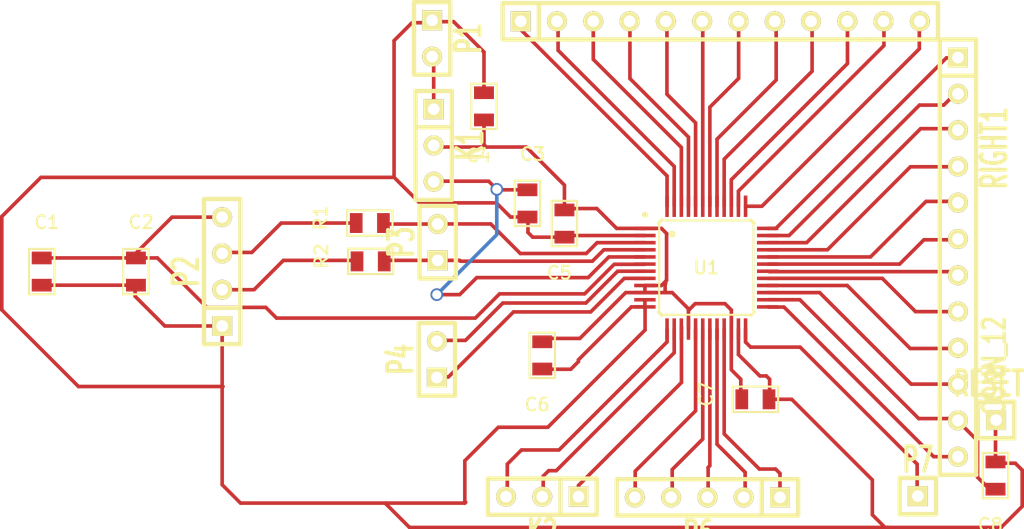
<source format=kicad_pcb>
(kicad_pcb (version 3) (host pcbnew "(2013-mar-13)-testing")

  (general
    (links 70)
    (no_connects 1)
    (area 99.06 83.94573 172.796623 124.89307)
    (thickness 1.6)
    (drawings 0)
    (tracks 356)
    (zones 0)
    (modules 22)
    (nets 46)
  )

  (page A4)
  (layers
    (15 F.Cu signal)
    (0 B.Cu signal)
    (16 B.Adhes user hide)
    (17 F.Adhes user hide)
    (18 B.Paste user hide)
    (19 F.Paste user hide)
    (20 B.SilkS user hide)
    (21 F.SilkS user hide)
    (22 B.Mask user hide)
    (23 F.Mask user hide)
    (24 Dwgs.User user hide)
    (25 Cmts.User user hide)
    (26 Eco1.User user hide)
    (27 Eco2.User user hide)
    (28 Edge.Cuts user hide)
  )

  (setup
    (last_trace_width 0.254)
    (user_trace_width 0.254)
    (user_trace_width 0.4)
    (trace_clearance 0.254)
    (zone_clearance 0.508)
    (zone_45_only no)
    (trace_min 0.1)
    (segment_width 0.2)
    (edge_width 0.15)
    (via_size 0.889)
    (via_drill 0.635)
    (via_min_size 0.1)
    (via_min_drill 0.508)
    (uvia_size 0.508)
    (uvia_drill 0.127)
    (uvias_allowed no)
    (uvia_min_size 0.1)
    (uvia_min_drill 0.127)
    (pcb_text_width 0.3)
    (pcb_text_size 1 1)
    (mod_edge_width 0.15)
    (mod_text_size 1 1)
    (mod_text_width 0.15)
    (pad_size 1 1)
    (pad_drill 0.6)
    (pad_to_mask_clearance 0)
    (aux_axis_origin 0 0)
    (visible_elements FFFFEF7F)
    (pcbplotparams
      (layerselection 32768)
      (usegerberextensions false)
      (excludeedgelayer true)
      (linewidth 0.150000)
      (plotframeref false)
      (viasonmask false)
      (mode 1)
      (useauxorigin false)
      (hpglpennumber 1)
      (hpglpenspeed 20)
      (hpglpendiameter 15)
      (hpglpenoverlay 2)
      (psnegative false)
      (psa4output true)
      (plotreference true)
      (plotvalue true)
      (plotothertext true)
      (plotinvisibletext false)
      (padsonsilk false)
      (subtractmaskfromsilk false)
      (outputformat 2)
      (mirror false)
      (drillshape 0)
      (scaleselection 1)
      (outputdirectory test4))
  )

  (net 0 "")
  (net 1 N-000001)
  (net 2 N-0000010)
  (net 3 N-0000011)
  (net 4 N-0000012)
  (net 5 N-0000013)
  (net 6 N-0000014)
  (net 7 N-0000015)
  (net 8 N-0000016)
  (net 9 N-0000017)
  (net 10 N-0000018)
  (net 11 N-0000019)
  (net 12 N-000002)
  (net 13 N-0000020)
  (net 14 N-0000021)
  (net 15 N-0000022)
  (net 16 N-0000023)
  (net 17 N-0000024)
  (net 18 N-0000025)
  (net 19 N-0000026)
  (net 20 N-0000027)
  (net 21 N-0000028)
  (net 22 N-0000029)
  (net 23 N-000003)
  (net 24 N-0000030)
  (net 25 N-0000031)
  (net 26 N-0000032)
  (net 27 N-0000033)
  (net 28 N-0000034)
  (net 29 N-0000035)
  (net 30 N-0000036)
  (net 31 N-0000037)
  (net 32 N-0000038)
  (net 33 N-0000039)
  (net 34 N-000004)
  (net 35 N-0000040)
  (net 36 N-0000041)
  (net 37 N-0000042)
  (net 38 N-0000043)
  (net 39 N-0000044)
  (net 40 N-0000045)
  (net 41 N-000005)
  (net 42 N-000006)
  (net 43 N-000007)
  (net 44 N-000008)
  (net 45 N-000009)

  (net_class Default "This is the default net class."
    (clearance 0.254)
    (trace_width 0.254)
    (via_dia 0.889)
    (via_drill 0.635)
    (uvia_dia 0.508)
    (uvia_drill 0.127)
    (add_net "")
    (add_net N-000001)
    (add_net N-0000010)
    (add_net N-0000011)
    (add_net N-0000012)
    (add_net N-0000013)
    (add_net N-0000014)
    (add_net N-0000015)
    (add_net N-0000016)
    (add_net N-0000017)
    (add_net N-0000018)
    (add_net N-0000019)
    (add_net N-000002)
    (add_net N-0000020)
    (add_net N-0000021)
    (add_net N-0000022)
    (add_net N-0000023)
    (add_net N-0000024)
    (add_net N-0000025)
    (add_net N-0000026)
    (add_net N-0000027)
    (add_net N-0000028)
    (add_net N-0000029)
    (add_net N-000003)
    (add_net N-0000030)
    (add_net N-0000031)
    (add_net N-0000032)
    (add_net N-0000033)
    (add_net N-0000034)
    (add_net N-0000035)
    (add_net N-0000036)
    (add_net N-0000037)
    (add_net N-0000038)
    (add_net N-0000039)
    (add_net N-000004)
    (add_net N-0000040)
    (add_net N-0000041)
    (add_net N-0000042)
    (add_net N-0000043)
    (add_net N-0000044)
    (add_net N-0000045)
    (add_net N-000005)
    (add_net N-000006)
    (add_net N-000007)
    (add_net N-000008)
    (add_net N-000009)
  )

  (module SM0805 (layer F.Cu) (tedit 51F414B5) (tstamp 5215C1DC)
    (at 101.981 105.27792 270)
    (path /52153D2C)
    (attr smd)
    (fp_text reference C1 (at -3.4478 -0.3622 540) (layer F.SilkS)
      (effects (font (size 0.89916 0.89916) (thickness 0.14986)))
    )
    (fp_text value CP1 (at 0 0 270) (layer F.SilkS) hide
      (effects (font (size 0.89916 0.89916) (thickness 0.14986)))
    )
    (fp_line (start -1.5875 -0.889) (end 1.5875 -0.889) (layer F.SilkS) (width 0.14986))
    (fp_line (start 1.5875 -0.889) (end 1.5875 0.889) (layer F.SilkS) (width 0.14986))
    (fp_line (start 1.5875 0.889) (end -1.5875 0.889) (layer F.SilkS) (width 0.14986))
    (fp_line (start -1.5875 0.889) (end -1.5875 -0.889) (layer F.SilkS) (width 0.14986))
    (pad 1 smd rect (at -0.9525 0 270) (size 0.889 1.397)
      (layers F.Cu F.Paste F.Mask)
      (net 40 N-0000045)
    )
    (pad 2 smd rect (at 0.9525 0 270) (size 0.889 1.397)
      (layers F.Cu F.Paste F.Mask)
      (net 7 N-0000015)
    )
    (model smd/chip_cms.wrl
      (at (xyz 0 0 0))
      (scale (xyz 0.1 0.1 0.1))
      (rotate (xyz 0 0 0))
    )
  )

  (module SM0805 (layer F.Cu) (tedit 51F414B5) (tstamp 5215BCEB)
    (at 108.57484 105.27792 270)
    (path /52153BD9)
    (attr smd)
    (fp_text reference C2 (at -3.4478 -0.3622 540) (layer F.SilkS)
      (effects (font (size 0.89916 0.89916) (thickness 0.14986)))
    )
    (fp_text value C (at 0 0 270) (layer F.SilkS) hide
      (effects (font (size 0.89916 0.89916) (thickness 0.14986)))
    )
    (fp_line (start -1.5875 -0.889) (end 1.5875 -0.889) (layer F.SilkS) (width 0.14986))
    (fp_line (start 1.5875 -0.889) (end 1.5875 0.889) (layer F.SilkS) (width 0.14986))
    (fp_line (start 1.5875 0.889) (end -1.5875 0.889) (layer F.SilkS) (width 0.14986))
    (fp_line (start -1.5875 0.889) (end -1.5875 -0.889) (layer F.SilkS) (width 0.14986))
    (pad 1 smd rect (at -0.9525 0 270) (size 0.889 1.397)
      (layers F.Cu F.Paste F.Mask)
      (net 40 N-0000045)
    )
    (pad 2 smd rect (at 0.9525 0 270) (size 0.889 1.397)
      (layers F.Cu F.Paste F.Mask)
      (net 7 N-0000015)
    )
    (model smd/chip_cms.wrl
      (at (xyz 0 0 0))
      (scale (xyz 0.1 0.1 0.1))
      (rotate (xyz 0 0 0))
    )
  )

  (module SM0805 (layer F.Cu) (tedit 51F414B5) (tstamp 5215C1F2)
    (at 135.9789 100.5078 270)
    (path /52154010)
    (attr smd)
    (fp_text reference C3 (at -3.4478 -0.3622 540) (layer F.SilkS)
      (effects (font (size 0.89916 0.89916) (thickness 0.14986)))
    )
    (fp_text value C (at 0 0 270) (layer F.SilkS) hide
      (effects (font (size 0.89916 0.89916) (thickness 0.14986)))
    )
    (fp_line (start -1.5875 -0.889) (end 1.5875 -0.889) (layer F.SilkS) (width 0.14986))
    (fp_line (start 1.5875 -0.889) (end 1.5875 0.889) (layer F.SilkS) (width 0.14986))
    (fp_line (start 1.5875 0.889) (end -1.5875 0.889) (layer F.SilkS) (width 0.14986))
    (fp_line (start -1.5875 0.889) (end -1.5875 -0.889) (layer F.SilkS) (width 0.14986))
    (pad 1 smd rect (at -0.9525 0 270) (size 0.889 1.397)
      (layers F.Cu F.Paste F.Mask)
      (net 3 N-0000011)
    )
    (pad 2 smd rect (at 0.9525 0 270) (size 0.889 1.397)
      (layers F.Cu F.Paste F.Mask)
      (net 7 N-0000015)
    )
    (model smd/chip_cms.wrl
      (at (xyz 0 0 0))
      (scale (xyz 0.1 0.1 0.1))
      (rotate (xyz 0 0 0))
    )
  )

  (module SM0805 (layer F.Cu) (tedit 51F414B5) (tstamp 5215AB4A)
    (at 132.93852 93.71076 90)
    (path /52153D39)
    (attr smd)
    (fp_text reference C4 (at -3.4478 -0.3622 360) (layer F.SilkS)
      (effects (font (size 0.89916 0.89916) (thickness 0.14986)))
    )
    (fp_text value CP1 (at 0 0 90) (layer F.SilkS) hide
      (effects (font (size 0.89916 0.89916) (thickness 0.14986)))
    )
    (fp_line (start -1.5875 -0.889) (end 1.5875 -0.889) (layer F.SilkS) (width 0.14986))
    (fp_line (start 1.5875 -0.889) (end 1.5875 0.889) (layer F.SilkS) (width 0.14986))
    (fp_line (start 1.5875 0.889) (end -1.5875 0.889) (layer F.SilkS) (width 0.14986))
    (fp_line (start -1.5875 0.889) (end -1.5875 -0.889) (layer F.SilkS) (width 0.14986))
    (pad 1 smd rect (at -0.9525 0 90) (size 0.889 1.397)
      (layers F.Cu F.Paste F.Mask)
      (net 2 N-0000010)
    )
    (pad 2 smd rect (at 0.9525 0 90) (size 0.889 1.397)
      (layers F.Cu F.Paste F.Mask)
      (net 7 N-0000015)
    )
    (model smd/chip_cms.wrl
      (at (xyz 0 0 0))
      (scale (xyz 0.1 0.1 0.1))
      (rotate (xyz 0 0 0))
    )
  )

  (module SM0805 (layer F.Cu) (tedit 51F414B5) (tstamp 5215C1E7)
    (at 138.5697 101.9175 90)
    (path /5215395A)
    (attr smd)
    (fp_text reference C5 (at -3.4478 -0.3622 360) (layer F.SilkS)
      (effects (font (size 0.89916 0.89916) (thickness 0.14986)))
    )
    (fp_text value C (at 0 0 90) (layer F.SilkS) hide
      (effects (font (size 0.89916 0.89916) (thickness 0.14986)))
    )
    (fp_line (start -1.5875 -0.889) (end 1.5875 -0.889) (layer F.SilkS) (width 0.14986))
    (fp_line (start 1.5875 -0.889) (end 1.5875 0.889) (layer F.SilkS) (width 0.14986))
    (fp_line (start 1.5875 0.889) (end -1.5875 0.889) (layer F.SilkS) (width 0.14986))
    (fp_line (start -1.5875 0.889) (end -1.5875 -0.889) (layer F.SilkS) (width 0.14986))
    (pad 1 smd rect (at -0.9525 0 90) (size 0.889 1.397)
      (layers F.Cu F.Paste F.Mask)
      (net 7 N-0000015)
    )
    (pad 2 smd rect (at 0.9525 0 90) (size 0.889 1.397)
      (layers F.Cu F.Paste F.Mask)
      (net 2 N-0000010)
    )
    (model smd/chip_cms.wrl
      (at (xyz 0 0 0))
      (scale (xyz 0.1 0.1 0.1))
      (rotate (xyz 0 0 0))
    )
  )

  (module SM0805 (layer F.Cu) (tedit 51F414B5) (tstamp 5215AB5E)
    (at 137.01776 111.14532 90)
    (path /52153A2A)
    (attr smd)
    (fp_text reference C6 (at -3.4478 -0.3622 360) (layer F.SilkS)
      (effects (font (size 0.89916 0.89916) (thickness 0.14986)))
    )
    (fp_text value C (at 0 0 90) (layer F.SilkS) hide
      (effects (font (size 0.89916 0.89916) (thickness 0.14986)))
    )
    (fp_line (start -1.5875 -0.889) (end 1.5875 -0.889) (layer F.SilkS) (width 0.14986))
    (fp_line (start 1.5875 -0.889) (end 1.5875 0.889) (layer F.SilkS) (width 0.14986))
    (fp_line (start 1.5875 0.889) (end -1.5875 0.889) (layer F.SilkS) (width 0.14986))
    (fp_line (start -1.5875 0.889) (end -1.5875 -0.889) (layer F.SilkS) (width 0.14986))
    (pad 1 smd rect (at -0.9525 0 90) (size 0.889 1.397)
      (layers F.Cu F.Paste F.Mask)
      (net 7 N-0000015)
    )
    (pad 2 smd rect (at 0.9525 0 90) (size 0.889 1.397)
      (layers F.Cu F.Paste F.Mask)
      (net 2 N-0000010)
    )
    (model smd/chip_cms.wrl
      (at (xyz 0 0 0))
      (scale (xyz 0.1 0.1 0.1))
      (rotate (xyz 0 0 0))
    )
  )

  (module SM0805 (layer F.Cu) (tedit 51F414B5) (tstamp 5215AB68)
    (at 151.93772 114.21872)
    (path /521536F4)
    (attr smd)
    (fp_text reference C7 (at -3.4478 -0.3622 270) (layer F.SilkS)
      (effects (font (size 0.89916 0.89916) (thickness 0.14986)))
    )
    (fp_text value C (at 0 0) (layer F.SilkS) hide
      (effects (font (size 0.89916 0.89916) (thickness 0.14986)))
    )
    (fp_line (start -1.5875 -0.889) (end 1.5875 -0.889) (layer F.SilkS) (width 0.14986))
    (fp_line (start 1.5875 -0.889) (end 1.5875 0.889) (layer F.SilkS) (width 0.14986))
    (fp_line (start 1.5875 0.889) (end -1.5875 0.889) (layer F.SilkS) (width 0.14986))
    (fp_line (start -1.5875 0.889) (end -1.5875 -0.889) (layer F.SilkS) (width 0.14986))
    (pad 1 smd rect (at -0.9525 0) (size 0.889 1.397)
      (layers F.Cu F.Paste F.Mask)
      (net 2 N-0000010)
    )
    (pad 2 smd rect (at 0.9525 0) (size 0.889 1.397)
      (layers F.Cu F.Paste F.Mask)
      (net 7 N-0000015)
    )
    (model smd/chip_cms.wrl
      (at (xyz 0 0 0))
      (scale (xyz 0.1 0.1 0.1))
      (rotate (xyz 0 0 0))
    )
  )

  (module SIL-3 (layer F.Cu) (tedit 200000) (tstamp 5215CB6E)
    (at 129.41808 96.44888 270)
    (descr "Connecteur 3 pins")
    (tags "CONN DEV")
    (path /521548E7)
    (fp_text reference K1 (at 0 -2.54 270) (layer F.SilkS)
      (effects (font (size 1.7907 1.07696) (thickness 0.3048)))
    )
    (fp_text value CONN_3 (at 0 -2.54 270) (layer F.SilkS) hide
      (effects (font (size 1.524 1.016) (thickness 0.3048)))
    )
    (fp_line (start -3.81 1.27) (end -3.81 -1.27) (layer F.SilkS) (width 0.3048))
    (fp_line (start -3.81 -1.27) (end 3.81 -1.27) (layer F.SilkS) (width 0.3048))
    (fp_line (start 3.81 -1.27) (end 3.81 1.27) (layer F.SilkS) (width 0.3048))
    (fp_line (start 3.81 1.27) (end -3.81 1.27) (layer F.SilkS) (width 0.3048))
    (fp_line (start -1.27 -1.27) (end -1.27 1.27) (layer F.SilkS) (width 0.3048))
    (pad 1 thru_hole rect (at -2.54 0 270) (size 1.397 1.397) (drill 0.8128)
      (layers *.Cu *.Mask F.SilkS)
      (net 41 N-000005)
    )
    (pad 2 thru_hole circle (at 0 0 270) (size 1.397 1.397) (drill 0.8128)
      (layers *.Cu *.Mask F.SilkS)
      (net 2 N-0000010)
    )
    (pad 3 thru_hole circle (at 2.54 0 270) (size 1.397 1.397) (drill 0.8128)
      (layers *.Cu *.Mask F.SilkS)
      (net 3 N-0000011)
    )
  )

  (module SIL-3 (layer F.Cu) (tedit 200000) (tstamp 5215AB8A)
    (at 137.01776 121.03608 180)
    (descr "Connecteur 3 pins")
    (tags "CONN DEV")
    (path /5215461D)
    (fp_text reference K2 (at 0 -2.54 180) (layer F.SilkS)
      (effects (font (size 1.7907 1.07696) (thickness 0.3048)))
    )
    (fp_text value CONN_3 (at 0 -2.54 180) (layer F.SilkS) hide
      (effects (font (size 1.524 1.016) (thickness 0.3048)))
    )
    (fp_line (start -3.81 1.27) (end -3.81 -1.27) (layer F.SilkS) (width 0.3048))
    (fp_line (start -3.81 -1.27) (end 3.81 -1.27) (layer F.SilkS) (width 0.3048))
    (fp_line (start 3.81 -1.27) (end 3.81 1.27) (layer F.SilkS) (width 0.3048))
    (fp_line (start 3.81 1.27) (end -3.81 1.27) (layer F.SilkS) (width 0.3048))
    (fp_line (start -1.27 -1.27) (end -1.27 1.27) (layer F.SilkS) (width 0.3048))
    (pad 1 thru_hole rect (at -2.54 0 180) (size 1.397 1.397) (drill 0.8128)
      (layers *.Cu *.Mask F.SilkS)
      (net 33 N-0000039)
    )
    (pad 2 thru_hole circle (at 0 0 180) (size 1.397 1.397) (drill 0.8128)
      (layers *.Cu *.Mask F.SilkS)
      (net 35 N-0000040)
    )
    (pad 3 thru_hole circle (at 2.54 0 180) (size 1.397 1.397) (drill 0.8128)
      (layers *.Cu *.Mask F.SilkS)
      (net 36 N-0000041)
    )
  )

  (module SIL-2 (layer F.Cu) (tedit 200000) (tstamp 5215AB94)
    (at 129.30632 88.96096 270)
    (descr "Connecteurs 2 pins")
    (tags "CONN DEV")
    (path /5215484D)
    (fp_text reference P1 (at 0 -2.54 270) (layer F.SilkS)
      (effects (font (size 1.72974 1.08712) (thickness 0.3048)))
    )
    (fp_text value CONN_2 (at 0 -2.54 270) (layer F.SilkS) hide
      (effects (font (size 1.524 1.016) (thickness 0.3048)))
    )
    (fp_line (start -2.54 1.27) (end -2.54 -1.27) (layer F.SilkS) (width 0.3048))
    (fp_line (start -2.54 -1.27) (end 2.54 -1.27) (layer F.SilkS) (width 0.3048))
    (fp_line (start 2.54 -1.27) (end 2.54 1.27) (layer F.SilkS) (width 0.3048))
    (fp_line (start 2.54 1.27) (end -2.54 1.27) (layer F.SilkS) (width 0.3048))
    (pad 1 thru_hole rect (at -1.27 0 270) (size 1.397 1.397) (drill 0.8128)
      (layers *.Cu *.Mask F.SilkS)
      (net 7 N-0000015)
    )
    (pad 2 thru_hole circle (at 1.27 0 270) (size 1.397 1.397) (drill 0.8128)
      (layers *.Cu *.Mask F.SilkS)
      (net 41 N-000005)
    )
  )

  (module SIL-4 (layer F.Cu) (tedit 200000) (tstamp 5215ABA3)
    (at 114.60988 105.27792 90)
    (descr "Connecteur 4 pibs")
    (tags "CONN DEV")
    (path /521546FF)
    (fp_text reference P2 (at 0 -2.54 90) (layer F.SilkS)
      (effects (font (size 1.73482 1.08712) (thickness 0.3048)))
    )
    (fp_text value CONN_4 (at 0 -2.54 90) (layer F.SilkS) hide
      (effects (font (size 1.524 1.016) (thickness 0.3048)))
    )
    (fp_line (start -5.08 -1.27) (end -5.08 -1.27) (layer F.SilkS) (width 0.3048))
    (fp_line (start -5.08 1.27) (end -5.08 -1.27) (layer F.SilkS) (width 0.3048))
    (fp_line (start -5.08 -1.27) (end -5.08 -1.27) (layer F.SilkS) (width 0.3048))
    (fp_line (start -5.08 -1.27) (end 5.08 -1.27) (layer F.SilkS) (width 0.3048))
    (fp_line (start 5.08 -1.27) (end 5.08 1.27) (layer F.SilkS) (width 0.3048))
    (fp_line (start 5.08 1.27) (end -5.08 1.27) (layer F.SilkS) (width 0.3048))
    (fp_line (start -2.54 1.27) (end -2.54 -1.27) (layer F.SilkS) (width 0.3048))
    (pad 1 thru_hole rect (at -3.81 0 90) (size 1.397 1.397) (drill 0.8128)
      (layers *.Cu *.Mask F.SilkS)
      (net 7 N-0000015)
    )
    (pad 2 thru_hole circle (at -1.27 0 90) (size 1.397 1.397) (drill 0.8128)
      (layers *.Cu *.Mask F.SilkS)
      (net 6 N-0000014)
    )
    (pad 3 thru_hole circle (at 1.27 0 90) (size 1.397 1.397) (drill 0.8128)
      (layers *.Cu *.Mask F.SilkS)
      (net 5 N-0000013)
    )
    (pad 4 thru_hole circle (at 3.81 0 90) (size 1.397 1.397) (drill 0.8128)
      (layers *.Cu *.Mask F.SilkS)
      (net 40 N-0000045)
    )
  )

  (module SIL-2 (layer F.Cu) (tedit 200000) (tstamp 5215ABAD)
    (at 129.69748 103.22204 90)
    (descr "Connecteurs 2 pins")
    (tags "CONN DEV")
    (path /52154B84)
    (fp_text reference P3 (at 0 -2.54 90) (layer F.SilkS)
      (effects (font (size 1.72974 1.08712) (thickness 0.3048)))
    )
    (fp_text value CONN_2 (at 0 -2.54 90) (layer F.SilkS) hide
      (effects (font (size 1.524 1.016) (thickness 0.3048)))
    )
    (fp_line (start -2.54 1.27) (end -2.54 -1.27) (layer F.SilkS) (width 0.3048))
    (fp_line (start -2.54 -1.27) (end 2.54 -1.27) (layer F.SilkS) (width 0.3048))
    (fp_line (start 2.54 -1.27) (end 2.54 1.27) (layer F.SilkS) (width 0.3048))
    (fp_line (start 2.54 1.27) (end -2.54 1.27) (layer F.SilkS) (width 0.3048))
    (pad 1 thru_hole rect (at -1.27 0 90) (size 1.397 1.397) (drill 0.8128)
      (layers *.Cu *.Mask F.SilkS)
      (net 39 N-0000044)
    )
    (pad 2 thru_hole circle (at 1.27 0 90) (size 1.397 1.397) (drill 0.8128)
      (layers *.Cu *.Mask F.SilkS)
      (net 38 N-0000043)
    )
  )

  (module SIL-2 (layer F.Cu) (tedit 200000) (tstamp 5215ABB7)
    (at 129.6416 111.42472 90)
    (descr "Connecteurs 2 pins")
    (tags "CONN DEV")
    (path /52154B67)
    (fp_text reference P4 (at 0 -2.54 90) (layer F.SilkS)
      (effects (font (size 1.72974 1.08712) (thickness 0.3048)))
    )
    (fp_text value CONN_2 (at 0 -2.54 90) (layer F.SilkS) hide
      (effects (font (size 1.524 1.016) (thickness 0.3048)))
    )
    (fp_line (start -2.54 1.27) (end -2.54 -1.27) (layer F.SilkS) (width 0.3048))
    (fp_line (start -2.54 -1.27) (end 2.54 -1.27) (layer F.SilkS) (width 0.3048))
    (fp_line (start 2.54 -1.27) (end 2.54 1.27) (layer F.SilkS) (width 0.3048))
    (fp_line (start 2.54 1.27) (end -2.54 1.27) (layer F.SilkS) (width 0.3048))
    (pad 1 thru_hole rect (at -1.27 0 90) (size 1.397 1.397) (drill 0.8128)
      (layers *.Cu *.Mask F.SilkS)
      (net 45 N-000009)
    )
    (pad 2 thru_hole circle (at 1.27 0 90) (size 1.397 1.397) (drill 0.8128)
      (layers *.Cu *.Mask F.SilkS)
      (net 4 N-0000012)
    )
  )

  (module SIL-12 (layer F.Cu) (tedit 5031D9E1) (tstamp 5215ABD0)
    (at 149.479 87.757)
    (descr "Connecteur 12 pins")
    (tags "CONN DEV")
    (path /5215455C)
    (fp_text reference P5 (at -7.62 -2.54) (layer F.SilkS)
      (effects (font (size 1.72974 1.08712) (thickness 0.3048)))
    )
    (fp_text value CONN_12 (at 7.62 -2.54) (layer F.SilkS)
      (effects (font (size 1.524 1.016) (thickness 0.3048)))
    )
    (fp_line (start -15.24 1.27) (end -15.24 1.27) (layer F.SilkS) (width 0.3048))
    (fp_line (start -15.24 1.27) (end -15.24 -1.27) (layer F.SilkS) (width 0.3048))
    (fp_line (start -15.24 -1.27) (end 10.16 -1.27) (layer F.SilkS) (width 0.3048))
    (fp_line (start 10.16 1.27) (end -15.24 1.27) (layer F.SilkS) (width 0.3048))
    (fp_line (start -12.7 1.27) (end -12.7 -1.27) (layer F.SilkS) (width 0.3048))
    (fp_line (start 10.16 -1.27) (end 14.605 -1.27) (layer F.SilkS) (width 0.3048))
    (fp_line (start 14.605 -1.27) (end 15.24 -1.27) (layer F.SilkS) (width 0.3048))
    (fp_line (start 15.24 -1.27) (end 15.24 1.27) (layer F.SilkS) (width 0.3048))
    (fp_line (start 15.24 1.27) (end 10.16 1.27) (layer F.SilkS) (width 0.3048))
    (pad 1 thru_hole rect (at -13.97 0) (size 1.397 1.397) (drill 0.8128)
      (layers *.Cu *.Mask F.SilkS)
      (net 29 N-0000035)
    )
    (pad 2 thru_hole circle (at -11.43 0) (size 1.397 1.397) (drill 0.8128)
      (layers *.Cu *.Mask F.SilkS)
      (net 25 N-0000031)
    )
    (pad 3 thru_hole circle (at -8.89 0) (size 1.397 1.397) (drill 0.8128)
      (layers *.Cu *.Mask F.SilkS)
      (net 11 N-0000019)
    )
    (pad 4 thru_hole circle (at -6.35 0) (size 1.397 1.397) (drill 0.8128)
      (layers *.Cu *.Mask F.SilkS)
      (net 15 N-0000022)
    )
    (pad 5 thru_hole circle (at -3.81 0) (size 1.397 1.397) (drill 0.8128)
      (layers *.Cu *.Mask F.SilkS)
      (net 10 N-0000018)
    )
    (pad 6 thru_hole circle (at -1.27 0) (size 1.397 1.397) (drill 0.8128)
      (layers *.Cu *.Mask F.SilkS)
      (net 20 N-0000027)
    )
    (pad 7 thru_hole circle (at 1.27 0) (size 1.397 1.397) (drill 0.8128)
      (layers *.Cu *.Mask F.SilkS)
      (net 42 N-000006)
    )
    (pad 8 thru_hole circle (at 3.81 0) (size 1.397 1.397) (drill 0.8128)
      (layers *.Cu *.Mask F.SilkS)
      (net 43 N-000007)
    )
    (pad 9 thru_hole circle (at 6.35 0) (size 1.397 1.397) (drill 0.8128)
      (layers *.Cu *.Mask F.SilkS)
      (net 44 N-000008)
    )
    (pad 10 thru_hole circle (at 8.89 0) (size 1.397 1.397) (drill 0.8128)
      (layers *.Cu *.Mask F.SilkS)
      (net 32 N-0000038)
    )
    (pad 11 thru_hole circle (at 11.43 0) (size 1.397 1.397) (drill 0.8128)
      (layers *.Cu *.Mask F.SilkS)
      (net 28 N-0000034)
    )
    (pad 12 thru_hole circle (at 13.97 0) (size 1.397 1.397) (drill 0.8128)
      (layers *.Cu *.Mask F.SilkS)
      (net 24 N-0000030)
    )
    (model pin_array\pins_array_12x1.wrl
      (at (xyz 0 0 0))
      (scale (xyz 1 1 1))
      (rotate (xyz 0 0 0))
    )
  )

  (module SIL-5 (layer F.Cu) (tedit 200000) (tstamp 5215ABDE)
    (at 147.3073 121.0818 180)
    (descr "Connecteur 5 pins")
    (tags "CONN DEV")
    (path /52154636)
    (fp_text reference P6 (at -0.635 -2.54 180) (layer F.SilkS)
      (effects (font (size 1.72974 1.08712) (thickness 0.3048)))
    )
    (fp_text value CONN_5 (at 0 -2.54 180) (layer F.SilkS) hide
      (effects (font (size 1.524 1.016) (thickness 0.3048)))
    )
    (fp_line (start -7.62 1.27) (end -7.62 -1.27) (layer F.SilkS) (width 0.3048))
    (fp_line (start -7.62 -1.27) (end 5.08 -1.27) (layer F.SilkS) (width 0.3048))
    (fp_line (start 5.08 -1.27) (end 5.08 1.27) (layer F.SilkS) (width 0.3048))
    (fp_line (start 5.08 1.27) (end -7.62 1.27) (layer F.SilkS) (width 0.3048))
    (fp_line (start -5.08 1.27) (end -5.08 -1.27) (layer F.SilkS) (width 0.3048))
    (pad 1 thru_hole rect (at -6.35 0 180) (size 1.397 1.397) (drill 0.8128)
      (layers *.Cu *.Mask F.SilkS)
      (net 8 N-0000016)
    )
    (pad 2 thru_hole circle (at -3.81 0 180) (size 1.397 1.397) (drill 0.8128)
      (layers *.Cu *.Mask F.SilkS)
      (net 9 N-0000017)
    )
    (pad 3 thru_hole circle (at -1.27 0 180) (size 1.397 1.397) (drill 0.8128)
      (layers *.Cu *.Mask F.SilkS)
      (net 30 N-0000036)
    )
    (pad 4 thru_hole circle (at 1.27 0 180) (size 1.397 1.397) (drill 0.8128)
      (layers *.Cu *.Mask F.SilkS)
      (net 26 N-0000032)
    )
    (pad 5 thru_hole circle (at 3.81 0 180) (size 1.397 1.397) (drill 0.8128)
      (layers *.Cu *.Mask F.SilkS)
      (net 18 N-0000025)
    )
  )

  (module SIL-1 (layer F.Cu) (tedit 4C5EAF64) (tstamp 5215ABE7)
    (at 163.3093 120.9929)
    (descr "Connecteurs 1 pin")
    (tags "CONN DEV")
    (path /52154645)
    (fp_text reference P7 (at 0 -2.54) (layer F.SilkS)
      (effects (font (size 1.72974 1.08712) (thickness 0.27178)))
    )
    (fp_text value CONN_1 (at 0 -2.54) (layer F.SilkS) hide
      (effects (font (size 1.524 1.016) (thickness 0.254)))
    )
    (fp_line (start -1.27 1.27) (end 1.27 1.27) (layer F.SilkS) (width 0.3175))
    (fp_line (start -1.27 -1.27) (end 1.27 -1.27) (layer F.SilkS) (width 0.3175))
    (fp_line (start -1.27 1.27) (end -1.27 -1.27) (layer F.SilkS) (width 0.3048))
    (fp_line (start 1.27 -1.27) (end 1.27 1.27) (layer F.SilkS) (width 0.3048))
    (pad 1 thru_hole rect (at 0 0) (size 1.397 1.397) (drill 0.8128)
      (layers *.Cu *.Mask F.SilkS)
      (net 37 N-0000042)
    )
  )

  (module SM0805 (layer F.Cu) (tedit 51F414B5) (tstamp 5215ABF1)
    (at 124.94768 101.88092)
    (path /52152DDE)
    (attr smd)
    (fp_text reference R1 (at -3.4478 -0.3622 270) (layer F.SilkS)
      (effects (font (size 0.89916 0.89916) (thickness 0.14986)))
    )
    (fp_text value R (at 0 0) (layer F.SilkS) hide
      (effects (font (size 0.89916 0.89916) (thickness 0.14986)))
    )
    (fp_line (start -1.5875 -0.889) (end 1.5875 -0.889) (layer F.SilkS) (width 0.14986))
    (fp_line (start 1.5875 -0.889) (end 1.5875 0.889) (layer F.SilkS) (width 0.14986))
    (fp_line (start 1.5875 0.889) (end -1.5875 0.889) (layer F.SilkS) (width 0.14986))
    (fp_line (start -1.5875 0.889) (end -1.5875 -0.889) (layer F.SilkS) (width 0.14986))
    (pad 1 smd rect (at -0.9525 0) (size 0.889 1.397)
      (layers F.Cu F.Paste F.Mask)
      (net 5 N-0000013)
    )
    (pad 2 smd rect (at 0.9525 0) (size 0.889 1.397)
      (layers F.Cu F.Paste F.Mask)
      (net 38 N-0000043)
    )
    (model smd/chip_cms.wrl
      (at (xyz 0 0 0))
      (scale (xyz 0.1 0.1 0.1))
      (rotate (xyz 0 0 0))
    )
  )

  (module SM0805 (layer F.Cu) (tedit 51F414B5) (tstamp 5215ABFB)
    (at 125.00356 104.56316)
    (path /52152DCC)
    (attr smd)
    (fp_text reference R2 (at -3.4478 -0.3622 270) (layer F.SilkS)
      (effects (font (size 0.89916 0.89916) (thickness 0.14986)))
    )
    (fp_text value R (at 0 0) (layer F.SilkS) hide
      (effects (font (size 0.89916 0.89916) (thickness 0.14986)))
    )
    (fp_line (start -1.5875 -0.889) (end 1.5875 -0.889) (layer F.SilkS) (width 0.14986))
    (fp_line (start 1.5875 -0.889) (end 1.5875 0.889) (layer F.SilkS) (width 0.14986))
    (fp_line (start 1.5875 0.889) (end -1.5875 0.889) (layer F.SilkS) (width 0.14986))
    (fp_line (start -1.5875 0.889) (end -1.5875 -0.889) (layer F.SilkS) (width 0.14986))
    (pad 1 smd rect (at -0.9525 0) (size 0.889 1.397)
      (layers F.Cu F.Paste F.Mask)
      (net 6 N-0000014)
    )
    (pad 2 smd rect (at 0.9525 0) (size 0.889 1.397)
      (layers F.Cu F.Paste F.Mask)
      (net 39 N-0000044)
    )
    (model smd/chip_cms.wrl
      (at (xyz 0 0 0))
      (scale (xyz 0.1 0.1 0.1))
      (rotate (xyz 0 0 0))
    )
  )

  (module SIL-12 (layer F.Cu) (tedit 5031D9E1) (tstamp 5215AC1A)
    (at 166.116 104.267 270)
    (descr "Connecteur 12 pins")
    (tags "CONN DEV")
    (path /52154575)
    (fp_text reference RIGHT1 (at -7.62 -2.54 270) (layer F.SilkS)
      (effects (font (size 1.72974 1.08712) (thickness 0.3048)))
    )
    (fp_text value CONN_12 (at 7.62 -2.54 270) (layer F.SilkS)
      (effects (font (size 1.524 1.016) (thickness 0.3048)))
    )
    (fp_line (start -15.24 1.27) (end -15.24 1.27) (layer F.SilkS) (width 0.3048))
    (fp_line (start -15.24 1.27) (end -15.24 -1.27) (layer F.SilkS) (width 0.3048))
    (fp_line (start -15.24 -1.27) (end 10.16 -1.27) (layer F.SilkS) (width 0.3048))
    (fp_line (start 10.16 1.27) (end -15.24 1.27) (layer F.SilkS) (width 0.3048))
    (fp_line (start -12.7 1.27) (end -12.7 -1.27) (layer F.SilkS) (width 0.3048))
    (fp_line (start 10.16 -1.27) (end 14.605 -1.27) (layer F.SilkS) (width 0.3048))
    (fp_line (start 14.605 -1.27) (end 15.24 -1.27) (layer F.SilkS) (width 0.3048))
    (fp_line (start 15.24 -1.27) (end 15.24 1.27) (layer F.SilkS) (width 0.3048))
    (fp_line (start 15.24 1.27) (end 10.16 1.27) (layer F.SilkS) (width 0.3048))
    (pad 1 thru_hole rect (at -13.97 0 270) (size 1.397 1.397) (drill 0.8128)
      (layers *.Cu *.Mask F.SilkS)
      (net 13 N-0000020)
    )
    (pad 2 thru_hole circle (at -11.43 0 270) (size 1.397 1.397) (drill 0.8128)
      (layers *.Cu *.Mask F.SilkS)
      (net 16 N-0000023)
    )
    (pad 3 thru_hole circle (at -8.89 0 270) (size 1.397 1.397) (drill 0.8128)
      (layers *.Cu *.Mask F.SilkS)
      (net 19 N-0000026)
    )
    (pad 4 thru_hole circle (at -6.35 0 270) (size 1.397 1.397) (drill 0.8128)
      (layers *.Cu *.Mask F.SilkS)
      (net 21 N-0000028)
    )
    (pad 5 thru_hole circle (at -3.81 0 270) (size 1.397 1.397) (drill 0.8128)
      (layers *.Cu *.Mask F.SilkS)
      (net 23 N-000003)
    )
    (pad 6 thru_hole circle (at -1.27 0 270) (size 1.397 1.397) (drill 0.8128)
      (layers *.Cu *.Mask F.SilkS)
      (net 34 N-000004)
    )
    (pad 7 thru_hole circle (at 1.27 0 270) (size 1.397 1.397) (drill 0.8128)
      (layers *.Cu *.Mask F.SilkS)
      (net 12 N-000002)
    )
    (pad 8 thru_hole circle (at 3.81 0 270) (size 1.397 1.397) (drill 0.8128)
      (layers *.Cu *.Mask F.SilkS)
      (net 31 N-0000037)
    )
    (pad 9 thru_hole circle (at 6.35 0 270) (size 1.397 1.397) (drill 0.8128)
      (layers *.Cu *.Mask F.SilkS)
      (net 27 N-0000033)
    )
    (pad 10 thru_hole circle (at 8.89 0 270) (size 1.397 1.397) (drill 0.8128)
      (layers *.Cu *.Mask F.SilkS)
      (net 22 N-0000029)
    )
    (pad 11 thru_hole circle (at 11.43 0 270) (size 1.397 1.397) (drill 0.8128)
      (layers *.Cu *.Mask F.SilkS)
      (net 1 N-000001)
    )
    (pad 12 thru_hole circle (at 13.97 0 270) (size 1.397 1.397) (drill 0.8128)
      (layers *.Cu *.Mask F.SilkS)
      (net 17 N-0000024)
    )
    (model pin_array\pins_array_12x1.wrl
      (at (xyz 0 0 0))
      (scale (xyz 1 1 1))
      (rotate (xyz 0 0 0))
    )
  )

  (module LQFP48   locked (layer F.Cu) (tedit 50487DE3) (tstamp 5215AC5B)
    (at 148.5011 105.0036)
    (path /52135819)
    (attr smd)
    (fp_text reference U1 (at 0 0) (layer F.SilkS)
      (effects (font (size 0.89916 0.89916) (thickness 0.14986)))
    )
    (fp_text value MK20LF (at -1.70688 5.73278) (layer F.SilkS) hide
      (effects (font (size 0.89916 0.89916) (thickness 0.14986)))
    )
    (fp_line (start -3.0988 3.29946) (end -3.29946 3.0988) (layer F.SilkS) (width 0.14986))
    (fp_line (start -3.29946 3.0988) (end -3.29946 -3.0988) (layer F.SilkS) (width 0.14986))
    (fp_line (start -3.29946 -3.0988) (end -3.0988 -3.29946) (layer F.SilkS) (width 0.14986))
    (fp_line (start -3.0988 -3.29946) (end 3.0988 -3.29946) (layer F.SilkS) (width 0.14986))
    (fp_line (start 3.0988 -3.29946) (end 3.29946 -3.0988) (layer F.SilkS) (width 0.14986))
    (fp_line (start 3.0988 3.29946) (end -3.0988 3.29946) (layer F.SilkS) (width 0.14986))
    (fp_line (start 3.29946 -3.0988) (end 3.29946 3.0988) (layer F.SilkS) (width 0.14986))
    (fp_line (start -3.0988 3.40106) (end -3.40106 3.0988) (layer F.SilkS) (width 0.14986))
    (fp_line (start 3.40106 3.0988) (end 3.0988 3.40106) (layer F.SilkS) (width 0.14986))
    (fp_line (start 3.0988 -3.40106) (end 3.40106 -3.0988) (layer F.SilkS) (width 0.14986))
    (fp_line (start -3.0988 -3.40106) (end -3.40106 -3.0988) (layer F.SilkS) (width 0.14986))
    (fp_circle (center -4.29768 -3.70332) (end -4.37134 -3.77698) (layer F.SilkS) (width 0.2032))
    (fp_circle (center -2.39776 -2.3495) (end -2.49682 -2.44856) (layer F.SilkS) (width 0.19812))
    (pad 1 smd rect (at -4.29768 -2.74828) (size 1.4986 0.24892)
      (layers F.Cu F.Paste F.Mask)
      (net 2 N-0000010)
    )
    (pad 2 smd rect (at -4.29768 -2.2479) (size 1.4986 0.24892)
      (layers F.Cu F.Paste F.Mask)
      (net 7 N-0000015)
    )
    (pad 3 smd rect (at -4.29768 -1.74752) (size 1.4986 0.24892)
      (layers F.Cu F.Paste F.Mask)
      (net 38 N-0000043)
    )
    (pad 4 smd rect (at -4.29768 -1.24968) (size 1.4986 0.24892)
      (layers F.Cu F.Paste F.Mask)
      (net 39 N-0000044)
    )
    (pad 5 smd rect (at -4.29768 -0.7493) (size 1.4986 0.24892)
      (layers F.Cu F.Paste F.Mask)
      (net 3 N-0000011)
    )
    (pad 6 smd rect (at -4.29768 -0.24892) (size 1.4986 0.24892)
      (layers F.Cu F.Paste F.Mask)
      (net 40 N-0000045)
    )
    (pad 7 smd rect (at -4.29768 0.24892) (size 1.4986 0.24892)
      (layers F.Cu F.Paste F.Mask)
      (net 4 N-0000012)
    )
    (pad 8 smd rect (at -4.29768 0.7493) (size 1.4986 0.24892)
      (layers F.Cu F.Paste F.Mask)
      (net 45 N-000009)
    )
    (pad 9 smd rect (at -4.29768 1.24968) (size 1.4986 0.24892)
      (layers F.Cu F.Paste F.Mask)
      (net 2 N-0000010)
    )
    (pad 10 smd rect (at -4.29768 1.74752) (size 1.4986 0.24892)
      (layers F.Cu F.Paste F.Mask)
      (net 2 N-0000010)
    )
    (pad 11 smd rect (at -4.29768 2.2479) (size 1.4986 0.24892)
      (layers F.Cu F.Paste F.Mask)
      (net 7 N-0000015)
    )
    (pad 12 smd rect (at -4.29768 2.74828) (size 1.4986 0.24892)
      (layers F.Cu F.Paste F.Mask)
      (net 7 N-0000015)
    )
    (pad 13 smd rect (at -2.74828 4.29768) (size 0.24892 1.4986)
      (layers F.Cu F.Paste F.Mask)
      (net 36 N-0000041)
    )
    (pad 14 smd rect (at -2.2479 4.29768) (size 0.24892 1.4986)
      (layers F.Cu F.Paste F.Mask)
      (net 35 N-0000040)
    )
    (pad 15 smd rect (at -1.74752 4.29768) (size 0.24892 1.4986)
      (layers F.Cu F.Paste F.Mask)
      (net 33 N-0000039)
    )
    (pad 16 smd rect (at -1.24968 4.29768) (size 0.24892 1.4986)
      (layers F.Cu F.Paste F.Mask)
      (net 2 N-0000010)
    )
    (pad 17 smd rect (at -0.7493 4.29768) (size 0.24892 1.4986)
      (layers F.Cu F.Paste F.Mask)
      (net 18 N-0000025)
    )
    (pad 18 smd rect (at -0.24892 4.29768) (size 0.24892 1.4986)
      (layers F.Cu F.Paste F.Mask)
      (net 26 N-0000032)
    )
    (pad 19 smd rect (at 0.24892 4.29768) (size 0.24892 1.4986)
      (layers F.Cu F.Paste F.Mask)
      (net 30 N-0000036)
    )
    (pad 20 smd rect (at 0.7493 4.29768) (size 0.24892 1.4986)
      (layers F.Cu F.Paste F.Mask)
      (net 9 N-0000017)
    )
    (pad 21 smd rect (at 1.24968 4.29768) (size 0.24892 1.4986)
      (layers F.Cu F.Paste F.Mask)
      (net 8 N-0000016)
    )
    (pad 22 smd rect (at 1.74752 4.29768) (size 0.24892 1.4986)
      (layers F.Cu F.Paste F.Mask)
      (net 2 N-0000010)
    )
    (pad 23 smd rect (at 2.2479 4.29768) (size 0.24892 1.4986)
      (layers F.Cu F.Paste F.Mask)
      (net 7 N-0000015)
    )
    (pad 24 smd rect (at 2.74828 4.29768) (size 0.24892 1.4986)
      (layers F.Cu F.Paste F.Mask)
      (net 37 N-0000042)
    )
    (pad 25 smd rect (at 4.29768 2.74828) (size 1.4986 0.24892)
      (layers F.Cu F.Paste F.Mask)
      (net 17 N-0000024)
    )
    (pad 26 smd rect (at 4.29768 2.2479) (size 1.4986 0.24892)
      (layers F.Cu F.Paste F.Mask)
      (net 14 N-0000021)
    )
    (pad 27 smd rect (at 4.29768 1.74752) (size 1.4986 0.24892)
      (layers F.Cu F.Paste F.Mask)
      (net 22 N-0000029)
    )
    (pad 28 smd rect (at 4.29768 1.24968) (size 1.4986 0.24892)
      (layers F.Cu F.Paste F.Mask)
      (net 27 N-0000033)
    )
    (pad 29 smd rect (at 4.29768 0.7493) (size 1.4986 0.24892)
      (layers F.Cu F.Paste F.Mask)
      (net 31 N-0000037)
    )
    (pad 30 smd rect (at 4.29768 0.24892) (size 1.4986 0.24892)
      (layers F.Cu F.Paste F.Mask)
      (net 12 N-000002)
    )
    (pad 31 smd rect (at 4.29768 -0.24892) (size 1.4986 0.24892)
      (layers F.Cu F.Paste F.Mask)
      (net 34 N-000004)
    )
    (pad 32 smd rect (at 4.29768 -0.7493) (size 1.4986 0.24892)
      (layers F.Cu F.Paste F.Mask)
      (net 23 N-000003)
    )
    (pad 33 smd rect (at 4.29768 -1.24968) (size 1.4986 0.24892)
      (layers F.Cu F.Paste F.Mask)
      (net 21 N-0000028)
    )
    (pad 34 smd rect (at 4.29768 -1.74752) (size 1.4986 0.24892)
      (layers F.Cu F.Paste F.Mask)
      (net 19 N-0000026)
    )
    (pad 35 smd rect (at 4.29768 -2.2479) (size 1.4986 0.24892)
      (layers F.Cu F.Paste F.Mask)
      (net 16 N-0000023)
    )
    (pad 36 smd rect (at 4.29768 -2.74828) (size 1.4986 0.24892)
      (layers F.Cu F.Paste F.Mask)
      (net 13 N-0000020)
    )
    (pad 37 smd rect (at 2.74828 -4.29768) (size 0.24892 1.4986)
      (layers F.Cu F.Paste F.Mask)
      (net 24 N-0000030)
    )
    (pad 38 smd rect (at 2.2479 -4.29768) (size 0.24892 1.4986)
      (layers F.Cu F.Paste F.Mask)
      (net 28 N-0000034)
    )
    (pad 39 smd rect (at 1.74752 -4.29768) (size 0.24892 1.4986)
      (layers F.Cu F.Paste F.Mask)
      (net 32 N-0000038)
    )
    (pad 40 smd rect (at 1.24968 -4.29768) (size 0.24892 1.4986)
      (layers F.Cu F.Paste F.Mask)
      (net 44 N-000008)
    )
    (pad 41 smd rect (at 0.7493 -4.29768) (size 0.24892 1.4986)
      (layers F.Cu F.Paste F.Mask)
      (net 43 N-000007)
    )
    (pad 42 smd rect (at 0.24892 -4.29768) (size 0.24892 1.4986)
      (layers F.Cu F.Paste F.Mask)
      (net 42 N-000006)
    )
    (pad 43 smd rect (at -0.24892 -4.29768) (size 0.24892 1.4986)
      (layers F.Cu F.Paste F.Mask)
      (net 20 N-0000027)
    )
    (pad 44 smd rect (at -0.7493 -4.29768) (size 0.24892 1.4986)
      (layers F.Cu F.Paste F.Mask)
      (net 10 N-0000018)
    )
    (pad 45 smd rect (at -1.24968 -4.29768) (size 0.24892 1.4986)
      (layers F.Cu F.Paste F.Mask)
      (net 15 N-0000022)
    )
    (pad 46 smd rect (at -1.74752 -4.29768) (size 0.24892 1.4986)
      (layers F.Cu F.Paste F.Mask)
      (net 11 N-0000019)
    )
    (pad 47 smd rect (at -2.2479 -4.29768) (size 0.24892 1.4986)
      (layers F.Cu F.Paste F.Mask)
      (net 25 N-0000031)
    )
    (pad 48 smd rect (at -2.74828 -4.29768) (size 0.24892 1.4986)
      (layers F.Cu F.Paste F.Mask)
      (net 29 N-0000035)
    )
  )

  (module SIL-1 (layer F.Cu) (tedit 4C5EAF64) (tstamp 5215D018)
    (at 168.783 115.6716)
    (descr "Connecteurs 1 pin")
    (tags "CONN DEV")
    (path /52152C3F)
    (fp_text reference RESET2 (at 0 -2.54) (layer F.SilkS)
      (effects (font (size 1.72974 1.08712) (thickness 0.27178)))
    )
    (fp_text value CONN_1 (at 0 -2.54) (layer F.SilkS) hide
      (effects (font (size 1.524 1.016) (thickness 0.254)))
    )
    (fp_line (start -1.27 1.27) (end 1.27 1.27) (layer F.SilkS) (width 0.3175))
    (fp_line (start -1.27 -1.27) (end 1.27 -1.27) (layer F.SilkS) (width 0.3175))
    (fp_line (start -1.27 1.27) (end -1.27 -1.27) (layer F.SilkS) (width 0.3048))
    (fp_line (start 1.27 -1.27) (end 1.27 1.27) (layer F.SilkS) (width 0.3048))
    (pad 1 thru_hole rect (at 0 0) (size 1.397 1.397) (drill 0.8128)
      (layers *.Cu *.Mask F.SilkS)
      (net 7 N-0000015)
    )
  )

  (module SM0805 (layer F.Cu) (tedit 51F414B5) (tstamp 52161628)
    (at 168.7449 119.5578 90)
    (path /52152BE2)
    (attr smd)
    (fp_text reference C8 (at -3.4478 -0.3622 360) (layer F.SilkS)
      (effects (font (size 0.89916 0.89916) (thickness 0.14986)))
    )
    (fp_text value C (at 0 0 90) (layer F.SilkS) hide
      (effects (font (size 0.89916 0.89916) (thickness 0.14986)))
    )
    (fp_line (start -1.5875 -0.889) (end 1.5875 -0.889) (layer F.SilkS) (width 0.14986))
    (fp_line (start 1.5875 -0.889) (end 1.5875 0.889) (layer F.SilkS) (width 0.14986))
    (fp_line (start 1.5875 0.889) (end -1.5875 0.889) (layer F.SilkS) (width 0.14986))
    (fp_line (start -1.5875 0.889) (end -1.5875 -0.889) (layer F.SilkS) (width 0.14986))
    (pad 1 smd rect (at -0.9525 0 90) (size 0.889 1.397)
      (layers F.Cu F.Paste F.Mask)
      (net 14 N-0000021)
    )
    (pad 2 smd rect (at 0.9525 0 90) (size 0.889 1.397)
      (layers F.Cu F.Paste F.Mask)
      (net 7 N-0000015)
    )
    (model smd/chip_cms.wrl
      (at (xyz 0 0 0))
      (scale (xyz 0.1 0.1 0.1))
      (rotate (xyz 0 0 0))
    )
  )

  (segment (start 132.93852 94.66326) (end 132.93852 96.393) (width 0.254) (layer F.Cu) (net 2))
  (segment (start 132.9944 96.44888) (end 132.9944 96.56064) (width 0.254) (layer F.Cu) (net 2) (tstamp 5215CD76))
  (segment (start 132.93852 96.393) (end 132.9944 96.44888) (width 0.254) (layer F.Cu) (net 2) (tstamp 5215CD74))
  (segment (start 150.24862 109.30128) (end 150.24862 112.14862) (width 0.254) (layer F.Cu) (net 2))
  (segment (start 150.9141 114.2619) (end 150.98522 114.21872) (width 0.254) (layer F.Cu) (net 2) (tstamp 5215CCE8))
  (segment (start 150.9141 112.8141) (end 150.9141 114.2619) (width 0.254) (layer F.Cu) (net 2) (tstamp 5215CCE6))
  (segment (start 150.24862 112.14862) (end 150.9141 112.8141) (width 0.254) (layer F.Cu) (net 2) (tstamp 5215CCE5))
  (segment (start 129.58572 96.56064) (end 129.41808 96.44888) (width 0.254) (layer F.Cu) (net 2) (tstamp 5215C598))
  (segment (start 135.90016 96.56064) (end 132.9944 96.56064) (width 0.254) (layer F.Cu) (net 2) (tstamp 5215C595))
  (segment (start 132.9944 96.56064) (end 129.58572 96.56064) (width 0.254) (layer F.Cu) (net 2) (tstamp 5215CD77))
  (segment (start 138.5697 99.23018) (end 135.90016 96.56064) (width 0.254) (layer F.Cu) (net 2) (tstamp 5215C593))
  (segment (start 138.5697 100.965) (end 138.5697 99.23018) (width 0.254) (layer F.Cu) (net 2))
  (segment (start 144.20342 106.75112) (end 142.85468 106.75112) (width 0.254) (layer F.Cu) (net 2))
  (segment (start 137.16 109.9566) (end 137.01776 110.19282) (width 0.254) (layer F.Cu) (net 2) (tstamp 5215C314))
  (segment (start 139.6492 109.9566) (end 137.16 109.9566) (width 0.254) (layer F.Cu) (net 2) (tstamp 5215C311))
  (segment (start 142.85468 106.75112) (end 139.6492 109.9566) (width 0.254) (layer F.Cu) (net 2) (tstamp 5215C30E))
  (segment (start 145.6182 106.75112) (end 145.6182 106.12882) (width 0.254) (layer F.Cu) (net 2))
  (segment (start 145.65376 106.11104) (end 145.65376 105.95864) (width 0.254) (layer F.Cu) (net 2) (tstamp 5215C2F5))
  (segment (start 145.63598 106.11104) (end 145.65376 106.11104) (width 0.254) (layer F.Cu) (net 2) (tstamp 5215C2F4))
  (segment (start 145.6182 106.12882) (end 145.63598 106.11104) (width 0.254) (layer F.Cu) (net 2) (tstamp 5215C2F3))
  (segment (start 144.20342 106.25328) (end 145.35912 106.25328) (width 0.254) (layer F.Cu) (net 2))
  (segment (start 145.35912 106.25328) (end 145.65376 105.95864) (width 0.254) (layer F.Cu) (net 2) (tstamp 5215C2CB))
  (segment (start 145.65376 105.95864) (end 145.7198 105.8926) (width 0.254) (layer F.Cu) (net 2) (tstamp 5215C2F6))
  (segment (start 145.35658 102.25278) (end 143.92656 102.25278) (width 0.254) (layer F.Cu) (net 2) (tstamp 5215C2D2))
  (segment (start 145.7198 102.616) (end 145.35658 102.25278) (width 0.254) (layer F.Cu) (net 2) (tstamp 5215C2D1))
  (segment (start 145.7198 105.8926) (end 145.7198 102.616) (width 0.254) (layer F.Cu) (net 2) (tstamp 5215C2CF))
  (segment (start 143.92656 102.25278) (end 144.20342 102.25532) (width 0.254) (layer F.Cu) (net 2) (tstamp 5215C2D7))
  (segment (start 144.20342 106.75112) (end 144.20342 106.27868) (width 0.254) (layer F.Cu) (net 2))
  (segment (start 144.20342 106.27868) (end 144.1958 106.2863) (width 0.254) (layer F.Cu) (net 2) (tstamp 5215C2BF))
  (segment (start 144.1958 106.2863) (end 144.1958 106.28884) (width 0.254) (layer F.Cu) (net 2) (tstamp 5215C2C0))
  (segment (start 144.1958 106.28884) (end 144.20342 106.25328) (width 0.254) (layer F.Cu) (net 2) (tstamp 5215C2C1))
  (segment (start 144.20342 102.25532) (end 142.22222 102.25532) (width 0.254) (layer F.Cu) (net 2))
  (segment (start 142.22222 102.25532) (end 140.83284 100.86594) (width 0.254) (layer F.Cu) (net 2) (tstamp 5215C201))
  (segment (start 140.83284 100.86594) (end 138.684 100.86594) (width 0.254) (layer F.Cu) (net 2) (tstamp 5215C203))
  (segment (start 138.684 100.86594) (end 138.5697 100.965) (width 0.254) (layer F.Cu) (net 2) (tstamp 5215C206))
  (segment (start 144.20342 106.75112) (end 145.6182 106.75112) (width 0.254) (layer F.Cu) (net 2))
  (segment (start 145.6182 106.75112) (end 146.11604 106.75112) (width 0.254) (layer F.Cu) (net 2) (tstamp 5215C2F1))
  (segment (start 147.3073 107.94238) (end 147.25142 107.94238) (width 0.254) (layer F.Cu) (net 2) (tstamp 5215C08B))
  (segment (start 146.11604 106.75112) (end 147.3073 107.94238) (width 0.254) (layer F.Cu) (net 2) (tstamp 5215C087))
  (segment (start 147.25142 109.30128) (end 147.25142 107.94238) (width 0.254) (layer F.Cu) (net 2))
  (segment (start 147.25142 107.94238) (end 147.25142 107.99572) (width 0.254) (layer F.Cu) (net 2) (tstamp 5215C08C))
  (segment (start 150.25116 108.83646) (end 150.24862 109.30128) (width 0.254) (layer F.Cu) (net 2) (tstamp 5215BFC5))
  (segment (start 150.25116 107.96778) (end 150.25116 108.83646) (width 0.254) (layer F.Cu) (net 2) (tstamp 5215BFC1))
  (segment (start 149.8092 107.52582) (end 150.25116 107.96778) (width 0.254) (layer F.Cu) (net 2) (tstamp 5215BFC0))
  (segment (start 147.72132 107.52582) (end 149.8092 107.52582) (width 0.254) (layer F.Cu) (net 2) (tstamp 5215BFBE))
  (segment (start 147.25142 107.99572) (end 147.72132 107.52582) (width 0.254) (layer F.Cu) (net 2) (tstamp 5215BFBC))
  (segment (start 135.9789 99.5553) (end 133.8453 99.5553) (width 0.254) (layer F.Cu) (net 3))
  (segment (start 133.8326 99.568) (end 133.8326 99.51974) (width 0.254) (layer F.Cu) (net 3) (tstamp 5215CC50))
  (segment (start 133.8453 99.5553) (end 133.8326 99.568) (width 0.254) (layer F.Cu) (net 3) (tstamp 5215CC4E))
  (segment (start 144.20342 104.2543) (end 141.67866 104.2543) (width 0.254) (layer F.Cu) (net 3))
  (segment (start 129.43332 98.95078) (end 129.41808 98.98888) (width 0.254) (layer F.Cu) (net 3) (tstamp 5215CB83))
  (segment (start 133.26364 98.95078) (end 129.43332 98.95078) (width 0.254) (layer F.Cu) (net 3) (tstamp 5215CB81))
  (segment (start 133.83514 99.52228) (end 133.8326 99.51974) (width 0.254) (layer F.Cu) (net 3) (tstamp 5215CB80))
  (segment (start 133.8326 99.51974) (end 133.26364 98.95078) (width 0.254) (layer F.Cu) (net 3) (tstamp 5215CC51))
  (via (at 133.83514 99.52228) (size 0.889) (layers F.Cu B.Cu) (net 3))
  (segment (start 133.83514 102.6922) (end 133.83514 99.52228) (width 0.254) (layer B.Cu) (net 3) (tstamp 5215CB7C))
  (segment (start 129.63398 106.89336) (end 133.83514 102.6922) (width 0.254) (layer B.Cu) (net 3) (tstamp 5215CB7B))
  (via (at 129.63398 106.89336) (size 0.889) (layers F.Cu B.Cu) (net 3))
  (segment (start 131.23418 106.89336) (end 129.63398 106.89336) (width 0.254) (layer F.Cu) (net 3) (tstamp 5215CB78))
  (segment (start 132.42544 105.7021) (end 131.23418 106.89336) (width 0.254) (layer F.Cu) (net 3) (tstamp 5215CB76))
  (segment (start 140.23086 105.7021) (end 132.42544 105.7021) (width 0.254) (layer F.Cu) (net 3) (tstamp 5215CB74))
  (segment (start 141.67866 104.2543) (end 140.23086 105.7021) (width 0.254) (layer F.Cu) (net 3) (tstamp 5215CB73))
  (segment (start 144.20342 105.25252) (end 142.29842 105.25252) (width 0.254) (layer F.Cu) (net 4))
  (segment (start 129.54508 110.0582) (end 129.6416 110.15472) (width 0.254) (layer F.Cu) (net 4) (tstamp 5215C2B6))
  (segment (start 129.56286 110.0582) (end 129.54508 110.0582) (width 0.254) (layer F.Cu) (net 4) (tstamp 5215C2B5))
  (segment (start 129.59842 110.09376) (end 129.56286 110.0582) (width 0.254) (layer F.Cu) (net 4) (tstamp 5215C2B4))
  (segment (start 131.64312 110.09376) (end 129.59842 110.09376) (width 0.254) (layer F.Cu) (net 4) (tstamp 5215C2B2))
  (segment (start 134.25678 107.4801) (end 131.64312 110.09376) (width 0.254) (layer F.Cu) (net 4) (tstamp 5215C2B0))
  (segment (start 140.07084 107.4801) (end 134.25678 107.4801) (width 0.254) (layer F.Cu) (net 4) (tstamp 5215C2AE))
  (segment (start 142.29842 105.25252) (end 140.07084 107.4801) (width 0.254) (layer F.Cu) (net 4) (tstamp 5215C2AD))
  (segment (start 123.99518 101.88092) (end 118.74348 101.88092) (width 0.254) (layer F.Cu) (net 5))
  (segment (start 114.6556 103.9368) (end 114.60988 104.00792) (width 0.254) (layer F.Cu) (net 5) (tstamp 5215CCB0))
  (segment (start 116.6876 103.9368) (end 114.6556 103.9368) (width 0.254) (layer F.Cu) (net 5) (tstamp 5215CCAD))
  (segment (start 118.74348 101.88092) (end 116.6876 103.9368) (width 0.254) (layer F.Cu) (net 5) (tstamp 5215CCAB))
  (segment (start 114.66576 103.82504) (end 114.60988 104.00792) (width 0.254) (layer F.Cu) (net 5) (tstamp 5215C274))
  (segment (start 114.72164 103.88092) (end 114.66576 103.82504) (width 0.254) (layer F.Cu) (net 5) (tstamp 5215C272))
  (segment (start 114.60988 106.54792) (end 116.84508 106.54792) (width 0.254) (layer F.Cu) (net 6))
  (segment (start 124.0536 104.4956) (end 124.05106 104.56316) (width 0.254) (layer F.Cu) (net 6) (tstamp 5215CCB6))
  (segment (start 118.8974 104.4956) (end 124.0536 104.4956) (width 0.254) (layer F.Cu) (net 6) (tstamp 5215CCB3))
  (segment (start 116.84508 106.54792) (end 118.8974 104.4956) (width 0.254) (layer F.Cu) (net 6) (tstamp 5215CCB1))
  (segment (start 114.72164 106.4514) (end 114.60988 106.54792) (width 0.254) (layer F.Cu) (net 6) (tstamp 5215C271))
  (segment (start 114.72164 106.56316) (end 114.72164 106.4514) (width 0.254) (layer F.Cu) (net 6) (tstamp 5215C26F))
  (segment (start 161.1122 123.19) (end 169.1386 123.19) (width 0.254) (layer F.Cu) (net 7))
  (segment (start 169.1386 123.19) (end 170.6118 121.7168) (width 0.254) (layer F.Cu) (net 7) (tstamp 5216165A))
  (segment (start 170.6118 121.7168) (end 170.6118 119.1768) (width 0.254) (layer F.Cu) (net 7) (tstamp 5216165C))
  (segment (start 170.6118 119.1768) (end 170.1292 118.6942) (width 0.254) (layer F.Cu) (net 7) (tstamp 5216165E))
  (segment (start 170.1292 118.6942) (end 168.7576 118.6942) (width 0.254) (layer F.Cu) (net 7) (tstamp 5216165F) (status 800000))
  (segment (start 168.7576 118.6942) (end 168.7449 118.6053) (width 0.254) (layer F.Cu) (net 7) (tstamp 52161661) (status C00000))
  (segment (start 168.7449 118.6053) (end 168.7449 115.78844) (width 0.254) (layer F.Cu) (net 7) (status C00000))
  (segment (start 168.7449 115.78844) (end 168.8211 115.71224) (width 0.254) (layer F.Cu) (net 7) (tstamp 52161655) (status C00000))
  (segment (start 168.8211 115.71224) (end 168.783 115.6716) (width 0.254) (layer F.Cu) (net 7) (tstamp 52161657) (status C00000))
  (segment (start 132.93852 92.75826) (end 132.93852 89.91092) (width 0.254) (layer F.Cu) (net 7))
  (segment (start 129.0828 87.78748) (end 129.30632 87.69096) (width 0.254) (layer F.Cu) (net 7) (tstamp 5215CD7E))
  (segment (start 130.81508 87.78748) (end 129.0828 87.78748) (width 0.254) (layer F.Cu) (net 7) (tstamp 5215CD7B))
  (segment (start 132.93852 89.91092) (end 130.81508 87.78748) (width 0.254) (layer F.Cu) (net 7) (tstamp 5215CD79))
  (segment (start 126.51232 98.68408) (end 101.92512 98.68408) (width 0.254) (layer F.Cu) (net 7))
  (segment (start 114.66576 113.32464) (end 114.60988 113.32464) (width 0.254) (layer F.Cu) (net 7) (tstamp 5215CD46))
  (segment (start 104.55148 113.32464) (end 114.66576 113.32464) (width 0.254) (layer F.Cu) (net 7) (tstamp 5215CD43))
  (segment (start 99.187 107.96016) (end 104.55148 113.32464) (width 0.254) (layer F.Cu) (net 7) (tstamp 5215CD41))
  (segment (start 99.187 101.4222) (end 99.187 107.96016) (width 0.254) (layer F.Cu) (net 7) (tstamp 5215CD3F))
  (segment (start 101.92512 98.68408) (end 99.187 101.4222) (width 0.254) (layer F.Cu) (net 7) (tstamp 5215CD3D))
  (segment (start 161.2392 123.19) (end 161.1122 123.19) (width 0.254) (layer F.Cu) (net 7))
  (segment (start 161.1122 123.19) (end 127.7239 123.19) (width 0.254) (layer F.Cu) (net 7) (tstamp 52161658))
  (segment (start 126.0729 121.539) (end 126.0729 121.48312) (width 0.254) (layer F.Cu) (net 7) (tstamp 5215CD1F))
  (segment (start 127.7239 123.19) (end 126.0729 121.539) (width 0.254) (layer F.Cu) (net 7) (tstamp 5215CD1C))
  (segment (start 152.89022 114.21872) (end 154.47772 114.21872) (width 0.254) (layer F.Cu) (net 7))
  (segment (start 161.0106 123.19) (end 161.2392 123.19) (width 0.254) (layer F.Cu) (net 7) (tstamp 5215CD0D))
  (segment (start 160.1216 122.301) (end 161.0106 123.19) (width 0.254) (layer F.Cu) (net 7) (tstamp 5215CD0C))
  (segment (start 160.1216 119.8626) (end 160.1216 122.301) (width 0.254) (layer F.Cu) (net 7) (tstamp 5215CD0A))
  (segment (start 154.47772 114.21872) (end 160.1216 119.8626) (width 0.254) (layer F.Cu) (net 7) (tstamp 5215CD08))
  (segment (start 150.749 109.30128) (end 150.749 111.0869) (width 0.254) (layer F.Cu) (net 7))
  (segment (start 152.9334 114.2619) (end 152.89022 114.21872) (width 0.254) (layer F.Cu) (net 7) (tstamp 5215CCEF))
  (segment (start 152.9334 112.8141) (end 152.9334 114.2619) (width 0.254) (layer F.Cu) (net 7) (tstamp 5215CCED))
  (segment (start 152.7048 112.5855) (end 152.9334 112.8141) (width 0.254) (layer F.Cu) (net 7) (tstamp 5215CCEC))
  (segment (start 152.2476 112.5855) (end 152.7048 112.5855) (width 0.254) (layer F.Cu) (net 7) (tstamp 5215CCEB))
  (segment (start 150.749 111.0869) (end 152.2476 112.5855) (width 0.254) (layer F.Cu) (net 7) (tstamp 5215CCE9))
  (segment (start 135.9789 101.4603) (end 134.7978 101.4603) (width 0.254) (layer F.Cu) (net 7))
  (segment (start 129.2733 87.8586) (end 129.30632 87.69096) (width 0.254) (layer F.Cu) (net 7) (tstamp 5215CC8F))
  (segment (start 127.9017 87.8586) (end 129.2733 87.8586) (width 0.254) (layer F.Cu) (net 7) (tstamp 5215CC8C))
  (segment (start 126.6444 89.1159) (end 127.9017 87.8586) (width 0.254) (layer F.Cu) (net 7) (tstamp 5215CC8A))
  (segment (start 126.6444 98.679) (end 126.6444 89.1159) (width 0.254) (layer F.Cu) (net 7) (tstamp 5215CC88))
  (segment (start 128.4351 100.4697) (end 126.6444 98.679) (width 0.254) (layer F.Cu) (net 7) (tstamp 5215CC86))
  (segment (start 133.8072 100.4697) (end 128.4351 100.4697) (width 0.254) (layer F.Cu) (net 7) (tstamp 5215CC84))
  (segment (start 134.7978 101.4603) (end 133.8072 100.4697) (width 0.254) (layer F.Cu) (net 7) (tstamp 5215CC82))
  (segment (start 138.5697 102.87) (end 136.3472 102.87) (width 0.254) (layer F.Cu) (net 7))
  (segment (start 136.017 101.4984) (end 135.9789 101.4603) (width 0.254) (layer F.Cu) (net 7) (tstamp 5215CC4C))
  (segment (start 136.017 102.5398) (end 136.017 101.4984) (width 0.254) (layer F.Cu) (net 7) (tstamp 5215CC49))
  (segment (start 136.3472 102.87) (end 136.017 102.5398) (width 0.254) (layer F.Cu) (net 7) (tstamp 5215CC48))
  (segment (start 108.51896 106.78668) (end 108.51896 106.4514) (width 0.254) (layer F.Cu) (net 7))
  (segment (start 110.59668 109.08792) (end 108.51896 107.0102) (width 0.254) (layer F.Cu) (net 7) (tstamp 5215C383))
  (segment (start 108.51896 107.0102) (end 108.51896 106.78668) (width 0.254) (layer F.Cu) (net 7) (tstamp 5215C385))
  (segment (start 114.60988 109.08792) (end 110.59668 109.08792) (width 0.254) (layer F.Cu) (net 7))
  (segment (start 108.6866 106.28376) (end 108.57484 106.23042) (width 0.254) (layer F.Cu) (net 7) (tstamp 5215C389))
  (segment (start 108.51896 106.4514) (end 108.6866 106.28376) (width 0.254) (layer F.Cu) (net 7) (tstamp 5215C387))
  (segment (start 101.981 106.23042) (end 108.85678 106.23042) (width 0.254) (layer F.Cu) (net 7))
  (segment (start 108.85678 106.23042) (end 109.07776 106.4514) (width 0.254) (layer F.Cu) (net 7) (tstamp 5215C380))
  (segment (start 109.07776 106.4514) (end 108.57484 106.23042) (width 0.254) (layer F.Cu) (net 7) (tstamp 5215C382))
  (segment (start 144.20342 107.75188) (end 143.25092 107.75188) (width 0.254) (layer F.Cu) (net 7))
  (segment (start 137.1346 112.1156) (end 137.01776 112.09782) (width 0.254) (layer F.Cu) (net 7) (tstamp 5215C320))
  (segment (start 139.0142 112.1156) (end 137.1346 112.1156) (width 0.254) (layer F.Cu) (net 7) (tstamp 5215C31E))
  (segment (start 139.5476 111.5822) (end 139.0142 112.1156) (width 0.254) (layer F.Cu) (net 7) (tstamp 5215C31D))
  (segment (start 139.5476 111.4552) (end 139.5476 111.5822) (width 0.254) (layer F.Cu) (net 7) (tstamp 5215C31C))
  (segment (start 143.25092 107.75188) (end 139.5476 111.4552) (width 0.254) (layer F.Cu) (net 7) (tstamp 5215C31B))
  (segment (start 114.60988 109.08792) (end 114.60988 113.32464) (width 0.254) (layer F.Cu) (net 7))
  (segment (start 114.60988 113.32464) (end 114.60988 120.19788) (width 0.254) (layer F.Cu) (net 7) (tstamp 5215CD47))
  (segment (start 114.60988 120.19788) (end 115.89512 121.48312) (width 0.254) (layer F.Cu) (net 7) (tstamp 5215C27F))
  (segment (start 115.89512 121.48312) (end 126.0729 121.48312) (width 0.254) (layer F.Cu) (net 7) (tstamp 5215C281))
  (segment (start 126.0729 121.48312) (end 131.5974 121.48312) (width 0.254) (layer F.Cu) (net 7) (tstamp 5215CD20))
  (segment (start 131.5974 121.48312) (end 131.65328 121.42724) (width 0.254) (layer F.Cu) (net 7) (tstamp 5215C283))
  (segment (start 131.65328 121.42724) (end 131.5974 121.42724) (width 0.254) (layer F.Cu) (net 7) (tstamp 5215C284))
  (segment (start 144.20342 102.7557) (end 138.72972 102.7557) (width 0.254) (layer F.Cu) (net 7))
  (segment (start 138.54684 102.93858) (end 138.5697 102.87) (width 0.254) (layer F.Cu) (net 7) (tstamp 5215C1FF))
  (segment (start 138.72972 102.7557) (end 138.54684 102.93858) (width 0.254) (layer F.Cu) (net 7) (tstamp 5215C1FD))
  (segment (start 144.21358 107.78236) (end 144.20342 107.75188) (width 0.254) (layer F.Cu) (net 7) (tstamp 5215C0EA))
  (segment (start 144.21358 109.36986) (end 144.21358 107.78236) (width 0.254) (layer F.Cu) (net 7) (tstamp 5215C0E7))
  (segment (start 137.40892 116.17452) (end 144.21358 109.36986) (width 0.254) (layer F.Cu) (net 7) (tstamp 5215C0E5))
  (segment (start 133.94436 116.17452) (end 137.40892 116.17452) (width 0.254) (layer F.Cu) (net 7) (tstamp 5215C0E3))
  (segment (start 131.5974 118.52148) (end 133.94436 116.17452) (width 0.254) (layer F.Cu) (net 7) (tstamp 5215C0E1))
  (segment (start 131.5974 121.48312) (end 131.5974 121.42724) (width 0.254) (layer F.Cu) (net 7) (tstamp 5215C0DF))
  (segment (start 131.5974 121.42724) (end 131.5974 118.52148) (width 0.254) (layer F.Cu) (net 7) (tstamp 5215C285))
  (segment (start 144.20342 107.75188) (end 144.20342 107.34548) (width 0.254) (layer F.Cu) (net 7))
  (segment (start 144.20342 107.34548) (end 144.1958 107.33786) (width 0.254) (layer F.Cu) (net 7) (tstamp 5215C08F))
  (segment (start 144.1958 107.33786) (end 144.20342 107.2515) (width 0.254) (layer F.Cu) (net 7) (tstamp 5215C092))
  (segment (start 149.75078 109.30128) (end 149.75078 116.64188) (width 0.254) (layer F.Cu) (net 8))
  (segment (start 153.6573 119.4054) (end 153.6573 121.0818) (width 0.254) (layer F.Cu) (net 8) (tstamp 5215BF7F))
  (segment (start 153.3525 119.1006) (end 153.6573 119.4054) (width 0.254) (layer F.Cu) (net 8) (tstamp 5215BF7E))
  (segment (start 152.2095 119.1006) (end 153.3525 119.1006) (width 0.254) (layer F.Cu) (net 8) (tstamp 5215BF7C))
  (segment (start 149.75078 116.64188) (end 152.2095 119.1006) (width 0.254) (layer F.Cu) (net 8) (tstamp 5215BF79))
  (segment (start 149.2504 109.30128) (end 149.2504 117.3607) (width 0.254) (layer F.Cu) (net 9))
  (segment (start 151.1808 120.9675) (end 151.1173 121.0818) (width 0.254) (layer F.Cu) (net 9) (tstamp 5215BF8D))
  (segment (start 151.2189 120.9294) (end 151.1808 120.9675) (width 0.254) (layer F.Cu) (net 9) (tstamp 5215BF8C))
  (segment (start 151.2189 119.3292) (end 151.2189 120.9294) (width 0.254) (layer F.Cu) (net 9) (tstamp 5215BF8A))
  (segment (start 149.2504 117.3607) (end 151.2189 119.3292) (width 0.254) (layer F.Cu) (net 9) (tstamp 5215BF88))
  (segment (start 147.7518 100.70592) (end 147.7518 94.869) (width 0.254) (layer F.Cu) (net 10))
  (segment (start 145.7452 88.0364) (end 145.669 87.757) (width 0.254) (layer F.Cu) (net 10) (tstamp 5215C058))
  (segment (start 145.7452 92.8624) (end 145.7452 88.0364) (width 0.254) (layer F.Cu) (net 10) (tstamp 5215C055))
  (segment (start 147.7518 94.869) (end 145.7452 92.8624) (width 0.254) (layer F.Cu) (net 10) (tstamp 5215C052))
  (segment (start 146.75358 100.70592) (end 146.75358 96.58858) (width 0.254) (layer F.Cu) (net 11))
  (segment (start 140.589 87.7824) (end 140.589 87.757) (width 0.254) (layer F.Cu) (net 11) (tstamp 5215C064))
  (segment (start 140.589 90.424) (end 140.589 87.7824) (width 0.254) (layer F.Cu) (net 11) (tstamp 5215C061))
  (segment (start 146.75358 96.58858) (end 140.589 90.424) (width 0.254) (layer F.Cu) (net 11) (tstamp 5215C05F))
  (segment (start 166.116 105.537) (end 166.116 105.4354) (width 0.254) (layer F.Cu) (net 12))
  (segment (start 152.9334 105.283) (end 152.79878 105.25252) (width 0.254) (layer F.Cu) (net 12) (tstamp 5215BF00))
  (segment (start 165.9636 105.283) (end 152.9334 105.283) (width 0.254) (layer F.Cu) (net 12) (tstamp 5215BEFD))
  (segment (start 166.116 105.4354) (end 165.9636 105.283) (width 0.254) (layer F.Cu) (net 12) (tstamp 5215BEFA))
  (segment (start 152.79878 102.25532) (end 153.37028 102.25532) (width 0.254) (layer F.Cu) (net 13))
  (segment (start 166.15918 90.3097) (end 166.116 90.297) (width 0.254) (layer F.Cu) (net 13) (tstamp 5215C023))
  (segment (start 166.14902 90.31986) (end 166.15918 90.3097) (width 0.254) (layer F.Cu) (net 13) (tstamp 5215C022))
  (segment (start 165.30574 90.31986) (end 166.14902 90.31986) (width 0.254) (layer F.Cu) (net 13) (tstamp 5215C01E))
  (segment (start 153.37028 102.25532) (end 165.30574 90.31986) (width 0.254) (layer F.Cu) (net 13) (tstamp 5215C01B))
  (segment (start 152.79878 107.2515) (end 155.05176 107.2515) (width 0.254) (layer F.Cu) (net 14) (status 400000))
  (segment (start 155.05176 107.2515) (end 163.37026 115.57) (width 0.254) (layer F.Cu) (net 14) (tstamp 5216164A))
  (segment (start 163.37026 115.57) (end 165.94074 115.57) (width 0.254) (layer F.Cu) (net 14) (tstamp 5216164C) (status 800000))
  (segment (start 165.94074 115.57) (end 167.4876 117.11686) (width 0.254) (layer F.Cu) (net 14) (tstamp 5216164E) (status 400000))
  (segment (start 167.4876 117.11686) (end 167.4876 119.67718) (width 0.254) (layer F.Cu) (net 14) (tstamp 52161650))
  (segment (start 167.4876 119.67718) (end 168.4655 120.65508) (width 0.254) (layer F.Cu) (net 14) (tstamp 52161652) (status 800000))
  (segment (start 168.4655 120.65508) (end 168.7449 120.5103) (width 0.254) (layer F.Cu) (net 14) (tstamp 52161654) (status C00000))
  (segment (start 147.25142 100.70592) (end 147.25142 95.86722) (width 0.254) (layer F.Cu) (net 15))
  (segment (start 143.1544 87.7824) (end 143.129 87.757) (width 0.254) (layer F.Cu) (net 15) (tstamp 5215C05E))
  (segment (start 143.1544 91.7702) (end 143.1544 87.7824) (width 0.254) (layer F.Cu) (net 15) (tstamp 5215C05B))
  (segment (start 147.25142 95.86722) (end 143.1544 91.7702) (width 0.254) (layer F.Cu) (net 15) (tstamp 5215C059))
  (segment (start 152.79878 102.7557) (end 154.2923 102.7557) (width 0.254) (layer F.Cu) (net 16))
  (segment (start 165.9636 92.7862) (end 166.116 92.837) (width 0.254) (layer F.Cu) (net 16) (tstamp 5215C01A))
  (segment (start 165.1254 93.6244) (end 165.9636 92.7862) (width 0.254) (layer F.Cu) (net 16) (tstamp 5215C017))
  (segment (start 163.4236 93.6244) (end 165.1254 93.6244) (width 0.254) (layer F.Cu) (net 16) (tstamp 5215C016))
  (segment (start 154.2923 102.7557) (end 163.4236 93.6244) (width 0.254) (layer F.Cu) (net 16) (tstamp 5215C014))
  (segment (start 166.116 118.237) (end 164.4142 118.237) (width 0.254) (layer F.Cu) (net 17))
  (segment (start 152.86482 107.76204) (end 152.79878 107.75188) (width 0.254) (layer F.Cu) (net 17) (tstamp 5215C001))
  (segment (start 153.93924 107.76204) (end 152.86482 107.76204) (width 0.254) (layer F.Cu) (net 17) (tstamp 5215BFF9))
  (segment (start 164.4142 118.237) (end 153.93924 107.76204) (width 0.254) (layer F.Cu) (net 17) (tstamp 5215BFF5))
  (segment (start 143.5227 121.0818) (end 143.4973 121.0818) (width 0.254) (layer F.Cu) (net 18) (tstamp 5215BFA3))
  (segment (start 143.5227 119.253) (end 143.5227 121.0818) (width 0.254) (layer F.Cu) (net 18) (tstamp 5215BFA0))
  (segment (start 147.7518 115.0239) (end 143.5227 119.253) (width 0.254) (layer F.Cu) (net 18) (tstamp 5215BF9E))
  (segment (start 147.7518 109.30128) (end 147.7518 115.0239) (width 0.254) (layer F.Cu) (net 18))
  (segment (start 152.79878 103.25608) (end 155.51912 103.25608) (width 0.254) (layer F.Cu) (net 19))
  (segment (start 166.2176 95.2754) (end 166.116 95.377) (width 0.254) (layer F.Cu) (net 19) (tstamp 5215C013))
  (segment (start 163.4998 95.2754) (end 166.2176 95.2754) (width 0.254) (layer F.Cu) (net 19) (tstamp 5215C010))
  (segment (start 155.51912 103.25608) (end 163.4998 95.2754) (width 0.254) (layer F.Cu) (net 19) (tstamp 5215C00E))
  (segment (start 148.25218 100.70592) (end 148.25218 87.72398) (width 0.254) (layer F.Cu) (net 20))
  (segment (start 148.2344 87.6808) (end 148.209 87.757) (width 0.254) (layer F.Cu) (net 20) (tstamp 5215C051))
  (segment (start 148.2344 87.7062) (end 148.2344 87.6808) (width 0.254) (layer F.Cu) (net 20) (tstamp 5215C050))
  (segment (start 148.25218 87.72398) (end 148.2344 87.7062) (width 0.254) (layer F.Cu) (net 20) (tstamp 5215C04F))
  (segment (start 152.79878 103.75392) (end 156.97708 103.75392) (width 0.254) (layer F.Cu) (net 21))
  (segment (start 166.1668 97.8916) (end 166.116 97.917) (width 0.254) (layer F.Cu) (net 21) (tstamp 5215C00D))
  (segment (start 166.116 97.9424) (end 166.1668 97.8916) (width 0.254) (layer F.Cu) (net 21) (tstamp 5215C00C))
  (segment (start 162.7886 97.9424) (end 166.116 97.9424) (width 0.254) (layer F.Cu) (net 21) (tstamp 5215C00A))
  (segment (start 156.97708 103.75392) (end 162.7886 97.9424) (width 0.254) (layer F.Cu) (net 21) (tstamp 5215C006))
  (segment (start 152.79878 106.75112) (end 156.43352 106.75112) (width 0.254) (layer F.Cu) (net 22))
  (segment (start 166.1922 113.157) (end 166.116 113.157) (width 0.254) (layer F.Cu) (net 22) (tstamp 5215BF33))
  (segment (start 162.8394 113.157) (end 166.1922 113.157) (width 0.254) (layer F.Cu) (net 22) (tstamp 5215BF30))
  (segment (start 156.43352 106.75112) (end 162.8394 113.157) (width 0.254) (layer F.Cu) (net 22) (tstamp 5215BF2E))
  (segment (start 152.79878 104.2543) (end 159.99206 104.2543) (width 0.254) (layer F.Cu) (net 23))
  (segment (start 166.18966 100.35032) (end 166.116 100.457) (width 0.254) (layer F.Cu) (net 23) (tstamp 5215BF21))
  (segment (start 166.17188 100.3681) (end 166.18966 100.35032) (width 0.254) (layer F.Cu) (net 23) (tstamp 5215BF20))
  (segment (start 163.87826 100.3681) (end 166.17188 100.3681) (width 0.254) (layer F.Cu) (net 23) (tstamp 5215BF1E))
  (segment (start 159.99206 104.2543) (end 163.87826 100.3681) (width 0.254) (layer F.Cu) (net 23) (tstamp 5215BF1C))
  (segment (start 151.24938 100.70592) (end 152.39238 100.70592) (width 0.254) (layer F.Cu) (net 24))
  (segment (start 163.4109 88.0872) (end 163.449 87.757) (width 0.254) (layer F.Cu) (net 24) (tstamp 5215C02E))
  (segment (start 163.4109 89.6874) (end 163.4109 88.0872) (width 0.254) (layer F.Cu) (net 24) (tstamp 5215C02B))
  (segment (start 152.39238 100.70592) (end 163.4109 89.6874) (width 0.254) (layer F.Cu) (net 24) (tstamp 5215C026))
  (segment (start 146.2532 100.70592) (end 146.2532 97.917) (width 0.254) (layer F.Cu) (net 25))
  (segment (start 138.1252 87.8078) (end 138.049 87.757) (width 0.254) (layer F.Cu) (net 25) (tstamp 5215C06A))
  (segment (start 138.1252 89.789) (end 138.1252 87.8078) (width 0.254) (layer F.Cu) (net 25) (tstamp 5215C067))
  (segment (start 146.2532 97.917) (end 138.1252 89.789) (width 0.254) (layer F.Cu) (net 25) (tstamp 5215C065))
  (segment (start 146.1135 121.1199) (end 146.0373 121.0818) (width 0.254) (layer F.Cu) (net 26) (tstamp 5215BF9D))
  (segment (start 146.1135 119.1387) (end 146.1135 121.1199) (width 0.254) (layer F.Cu) (net 26) (tstamp 5215BF9A))
  (segment (start 148.25218 117.00002) (end 146.1135 119.1387) (width 0.254) (layer F.Cu) (net 26) (tstamp 5215BF97))
  (segment (start 148.25218 109.30128) (end 148.25218 117.00002) (width 0.254) (layer F.Cu) (net 26))
  (segment (start 152.79878 106.25328) (end 158.36646 106.25328) (width 0.254) (layer F.Cu) (net 27))
  (segment (start 166.18966 110.66272) (end 166.116 110.617) (width 0.254) (layer F.Cu) (net 27) (tstamp 5215BF2D))
  (segment (start 162.7759 110.66272) (end 166.18966 110.66272) (width 0.254) (layer F.Cu) (net 27) (tstamp 5215BF2A))
  (segment (start 158.36646 106.25328) (end 162.7759 110.66272) (width 0.254) (layer F.Cu) (net 27) (tstamp 5215BF28))
  (segment (start 150.749 100.70592) (end 150.749 99.6442) (width 0.254) (layer F.Cu) (net 28))
  (segment (start 160.9344 87.8967) (end 160.909 87.757) (width 0.254) (layer F.Cu) (net 28) (tstamp 5215C034))
  (segment (start 160.9344 89.4588) (end 160.9344 87.8967) (width 0.254) (layer F.Cu) (net 28) (tstamp 5215C031))
  (segment (start 150.749 99.6442) (end 160.9344 89.4588) (width 0.254) (layer F.Cu) (net 28) (tstamp 5215C02F))
  (segment (start 145.75282 100.70592) (end 145.75282 98.58502) (width 0.254) (layer F.Cu) (net 29))
  (segment (start 135.5344 87.7316) (end 135.509 87.757) (width 0.254) (layer F.Cu) (net 29) (tstamp 5215C06E))
  (segment (start 135.5344 88.3666) (end 135.5344 87.7316) (width 0.254) (layer F.Cu) (net 29) (tstamp 5215C06C))
  (segment (start 145.75282 98.58502) (end 135.5344 88.3666) (width 0.254) (layer F.Cu) (net 29) (tstamp 5215C06B))
  (segment (start 148.6281 121.158) (end 148.5773 121.0818) (width 0.254) (layer F.Cu) (net 30) (tstamp 5215BF93))
  (segment (start 148.6281 118.9863) (end 148.6281 121.158) (width 0.254) (layer F.Cu) (net 30) (tstamp 5215BF91))
  (segment (start 148.75002 118.86438) (end 148.6281 118.9863) (width 0.254) (layer F.Cu) (net 30) (tstamp 5215BF8E))
  (segment (start 148.75002 109.30128) (end 148.75002 118.86438) (width 0.254) (layer F.Cu) (net 30))
  (segment (start 152.79878 105.7529) (end 160.81756 105.7529) (width 0.254) (layer F.Cu) (net 31))
  (segment (start 166.11854 108.08462) (end 166.116 108.077) (width 0.254) (layer F.Cu) (net 31) (tstamp 5215BF27))
  (segment (start 163.14928 108.08462) (end 166.11854 108.08462) (width 0.254) (layer F.Cu) (net 31) (tstamp 5215BF24))
  (segment (start 160.81756 105.7529) (end 163.14928 108.08462) (width 0.254) (layer F.Cu) (net 31) (tstamp 5215BF22))
  (segment (start 150.24862 100.70592) (end 150.24862 98.84918) (width 0.254) (layer F.Cu) (net 32))
  (segment (start 158.3817 87.8586) (end 158.369 87.757) (width 0.254) (layer F.Cu) (net 32) (tstamp 5215C03A))
  (segment (start 158.3817 90.7161) (end 158.3817 87.8586) (width 0.254) (layer F.Cu) (net 32) (tstamp 5215C037))
  (segment (start 150.24862 98.84918) (end 158.3817 90.7161) (width 0.254) (layer F.Cu) (net 32) (tstamp 5215C035))
  (segment (start 139.55776 121.03608) (end 139.55776 120.24614) (width 0.254) (layer F.Cu) (net 33))
  (segment (start 146.7612 109.17174) (end 146.75358 109.30128) (width 0.254) (layer F.Cu) (net 33) (tstamp 5215BFD1))
  (segment (start 146.7612 113.0427) (end 146.7612 109.17174) (width 0.254) (layer F.Cu) (net 33) (tstamp 5215BFCC))
  (segment (start 139.55776 120.24614) (end 146.7612 113.0427) (width 0.254) (layer F.Cu) (net 33) (tstamp 5215BFCA))
  (segment (start 152.79878 104.75468) (end 162.03422 104.75468) (width 0.254) (layer F.Cu) (net 34))
  (segment (start 166.1541 103.0351) (end 166.116 102.997) (width 0.254) (layer F.Cu) (net 34) (tstamp 5215BF1B))
  (segment (start 166.13632 103.05288) (end 166.1541 103.0351) (width 0.254) (layer F.Cu) (net 34) (tstamp 5215BF1A))
  (segment (start 163.73602 103.05288) (end 166.13632 103.05288) (width 0.254) (layer F.Cu) (net 34) (tstamp 5215BF18))
  (segment (start 162.03422 104.75468) (end 163.73602 103.05288) (width 0.254) (layer F.Cu) (net 34) (tstamp 5215BF13))
  (segment (start 146.2532 109.30128) (end 146.2532 110.9599) (width 0.254) (layer F.Cu) (net 35))
  (segment (start 137.0838 120.9675) (end 137.01776 121.03608) (width 0.254) (layer F.Cu) (net 35) (tstamp 5215BFE0))
  (segment (start 137.0838 119.5959) (end 137.0838 120.9675) (width 0.254) (layer F.Cu) (net 35) (tstamp 5215BFDE))
  (segment (start 137.4648 119.2149) (end 137.0838 119.5959) (width 0.254) (layer F.Cu) (net 35) (tstamp 5215BFDD))
  (segment (start 137.9982 119.2149) (end 137.4648 119.2149) (width 0.254) (layer F.Cu) (net 35) (tstamp 5215BFDC))
  (segment (start 146.2532 110.9599) (end 137.9982 119.2149) (width 0.254) (layer F.Cu) (net 35) (tstamp 5215BFD6))
  (segment (start 145.75282 109.30128) (end 145.75282 110.20298) (width 0.254) (layer F.Cu) (net 36))
  (segment (start 134.5692 120.9675) (end 134.47776 121.03608) (width 0.254) (layer F.Cu) (net 36) (tstamp 5215BFEE))
  (segment (start 134.5692 118.7577) (end 134.5692 120.9675) (width 0.254) (layer F.Cu) (net 36) (tstamp 5215BFEC))
  (segment (start 135.5598 117.7671) (end 134.5692 118.7577) (width 0.254) (layer F.Cu) (net 36) (tstamp 5215BFEB))
  (segment (start 138.1887 117.7671) (end 135.5598 117.7671) (width 0.254) (layer F.Cu) (net 36) (tstamp 5215BFE7))
  (segment (start 145.75282 110.20298) (end 138.1887 117.7671) (width 0.254) (layer F.Cu) (net 36) (tstamp 5215BFE3))
  (segment (start 151.24938 109.30128) (end 151.24938 110.21568) (width 0.254) (layer F.Cu) (net 37))
  (segment (start 163.2585 121.0056) (end 163.3093 120.9929) (width 0.254) (layer F.Cu) (net 37) (tstamp 5215BF73))
  (segment (start 163.2585 118.7577) (end 163.2585 121.0056) (width 0.254) (layer F.Cu) (net 37) (tstamp 5215BF70))
  (segment (start 155.067 110.5662) (end 163.2585 118.7577) (width 0.254) (layer F.Cu) (net 37) (tstamp 5215BF6C))
  (segment (start 151.5999 110.5662) (end 155.067 110.5662) (width 0.254) (layer F.Cu) (net 37) (tstamp 5215BF6A))
  (segment (start 151.24938 110.21568) (end 151.5999 110.5662) (width 0.254) (layer F.Cu) (net 37) (tstamp 5215BF68))
  (segment (start 144.20342 103.25608) (end 140.8557 103.25608) (width 0.254) (layer F.Cu) (net 38))
  (segment (start 129.47904 101.94544) (end 129.69748 101.95204) (width 0.254) (layer F.Cu) (net 38) (tstamp 5215C510))
  (segment (start 133.4135 101.94544) (end 129.47904 101.94544) (width 0.254) (layer F.Cu) (net 38) (tstamp 5215C50D))
  (segment (start 135.48106 104.013) (end 133.4135 101.94544) (width 0.254) (layer F.Cu) (net 38) (tstamp 5215C509))
  (segment (start 140.09878 104.013) (end 135.48106 104.013) (width 0.254) (layer F.Cu) (net 38) (tstamp 5215C506))
  (segment (start 140.8557 103.25608) (end 140.09878 104.013) (width 0.254) (layer F.Cu) (net 38) (tstamp 5215C504))
  (segment (start 129.69748 101.95204) (end 125.99416 101.95204) (width 0.254) (layer F.Cu) (net 38))
  (segment (start 125.95352 101.9368) (end 125.90018 101.88092) (width 0.254) (layer F.Cu) (net 38) (tstamp 5215C26B))
  (segment (start 125.97892 101.9368) (end 125.95352 101.9368) (width 0.254) (layer F.Cu) (net 38) (tstamp 5215C26A))
  (segment (start 125.99416 101.95204) (end 125.97892 101.9368) (width 0.254) (layer F.Cu) (net 38) (tstamp 5215C269))
  (segment (start 144.20342 103.75392) (end 141.32814 103.75392) (width 0.254) (layer F.Cu) (net 39))
  (segment (start 129.5146 104.49306) (end 129.69748 104.49204) (width 0.254) (layer F.Cu) (net 39) (tstamp 5215C517))
  (segment (start 131.2291 104.49306) (end 129.5146 104.49306) (width 0.254) (layer F.Cu) (net 39) (tstamp 5215C514))
  (segment (start 131.28752 104.55148) (end 131.2291 104.49306) (width 0.254) (layer F.Cu) (net 39) (tstamp 5215C513))
  (segment (start 140.53058 104.55148) (end 131.28752 104.55148) (width 0.254) (layer F.Cu) (net 39) (tstamp 5215C512))
  (segment (start 141.32814 103.75392) (end 140.53058 104.55148) (width 0.254) (layer F.Cu) (net 39) (tstamp 5215C511))
  (segment (start 129.69748 104.49204) (end 125.80112 104.49204) (width 0.254) (layer F.Cu) (net 39))
  (segment (start 125.73 104.56316) (end 125.95606 104.56316) (width 0.254) (layer F.Cu) (net 39) (tstamp 5215C26E))
  (segment (start 125.80112 104.49204) (end 125.73 104.56316) (width 0.254) (layer F.Cu) (net 39) (tstamp 5215C26C))
  (segment (start 108.57484 104.32542) (end 110.07852 104.32542) (width 0.254) (layer F.Cu) (net 40))
  (segment (start 144.1323 104.76738) (end 144.20342 104.75468) (width 0.254) (layer F.Cu) (net 40) (tstamp 5215C551))
  (segment (start 142.05458 104.76738) (end 144.1323 104.76738) (width 0.254) (layer F.Cu) (net 40) (tstamp 5215C54C))
  (segment (start 139.98448 106.83748) (end 142.05458 104.76738) (width 0.254) (layer F.Cu) (net 40) (tstamp 5215C548))
  (segment (start 134.02818 106.83748) (end 139.98448 106.83748) (width 0.254) (layer F.Cu) (net 40) (tstamp 5215C546))
  (segment (start 132.33146 108.5342) (end 134.02818 106.83748) (width 0.254) (layer F.Cu) (net 40) (tstamp 5215C542))
  (segment (start 118.4148 108.5342) (end 132.33146 108.5342) (width 0.254) (layer F.Cu) (net 40) (tstamp 5215C541))
  (segment (start 117.6655 107.7849) (end 118.4148 108.5342) (width 0.254) (layer F.Cu) (net 40) (tstamp 5215C53E))
  (segment (start 113.538 107.7849) (end 117.6655 107.7849) (width 0.254) (layer F.Cu) (net 40) (tstamp 5215C536))
  (segment (start 110.07852 104.32542) (end 113.538 107.7849) (width 0.254) (layer F.Cu) (net 40) (tstamp 5215C534))
  (segment (start 108.57484 104.32542) (end 102.3747 104.32542) (width 0.254) (layer F.Cu) (net 40))
  (segment (start 102.2604 104.4956) (end 101.981 104.32542) (width 0.254) (layer F.Cu) (net 40) (tstamp 5215C37F))
  (segment (start 102.2604 104.43972) (end 102.2604 104.4956) (width 0.254) (layer F.Cu) (net 40) (tstamp 5215C37E))
  (segment (start 102.3747 104.32542) (end 102.2604 104.43972) (width 0.254) (layer F.Cu) (net 40) (tstamp 5215C37D))
  (segment (start 114.60988 101.46792) (end 111.0996 101.46792) (width 0.254) (layer F.Cu) (net 40))
  (segment (start 108.51896 104.04856) (end 108.57484 104.32542) (width 0.254) (layer F.Cu) (net 40) (tstamp 5215C37C))
  (segment (start 111.0996 101.46792) (end 108.51896 104.04856) (width 0.254) (layer F.Cu) (net 40) (tstamp 5215C379))
  (segment (start 129.41808 93.90888) (end 129.41808 90.35796) (width 0.254) (layer F.Cu) (net 41))
  (segment (start 129.3622 90.30208) (end 129.30632 90.23096) (width 0.254) (layer F.Cu) (net 41) (tstamp 5215CC96))
  (segment (start 129.41808 90.35796) (end 129.3622 90.30208) (width 0.254) (layer F.Cu) (net 41) (tstamp 5215CC93))
  (segment (start 148.75002 100.70592) (end 148.75002 93.76918) (width 0.254) (layer F.Cu) (net 42))
  (segment (start 150.76424 88.06688) (end 150.749 87.757) (width 0.254) (layer F.Cu) (net 42) (tstamp 5215C04B))
  (segment (start 150.76424 91.75496) (end 150.76424 88.06688) (width 0.254) (layer F.Cu) (net 42) (tstamp 5215C048))
  (segment (start 148.75002 93.76918) (end 150.76424 91.75496) (width 0.254) (layer F.Cu) (net 42) (tstamp 5215C047))
  (segment (start 149.2504 100.70592) (end 149.2504 96.00692) (width 0.254) (layer F.Cu) (net 43))
  (segment (start 153.3906 88.011) (end 153.289 87.757) (width 0.254) (layer F.Cu) (net 43) (tstamp 5215C046))
  (segment (start 153.3906 91.86672) (end 153.3906 88.011) (width 0.254) (layer F.Cu) (net 43) (tstamp 5215C043))
  (segment (start 149.2504 96.00692) (end 153.3906 91.86672) (width 0.254) (layer F.Cu) (net 43) (tstamp 5215C041))
  (segment (start 149.75078 100.70592) (end 149.75078 97.40646) (width 0.254) (layer F.Cu) (net 44))
  (segment (start 155.9052 88.011) (end 155.829 87.757) (width 0.254) (layer F.Cu) (net 44) (tstamp 5215C040))
  (segment (start 155.9052 91.25204) (end 155.9052 88.011) (width 0.254) (layer F.Cu) (net 44) (tstamp 5215C03D))
  (segment (start 149.75078 97.40646) (end 155.9052 91.25204) (width 0.254) (layer F.Cu) (net 44) (tstamp 5215C03B))
  (segment (start 144.20342 105.7529) (end 142.75816 105.7529) (width 0.254) (layer F.Cu) (net 45))
  (segment (start 129.68732 112.65408) (end 129.6416 112.69472) (width 0.254) (layer F.Cu) (net 45) (tstamp 5215C2BE))
  (segment (start 130.45186 112.65408) (end 129.68732 112.65408) (width 0.254) (layer F.Cu) (net 45) (tstamp 5215C2BC))
  (segment (start 135.00354 108.1024) (end 130.45186 112.65408) (width 0.254) (layer F.Cu) (net 45) (tstamp 5215C2BA))
  (segment (start 140.40866 108.1024) (end 135.00354 108.1024) (width 0.254) (layer F.Cu) (net 45) (tstamp 5215C2B8))
  (segment (start 142.75816 105.7529) (end 140.40866 108.1024) (width 0.254) (layer F.Cu) (net 45) (tstamp 5215C2B7))

)

</source>
